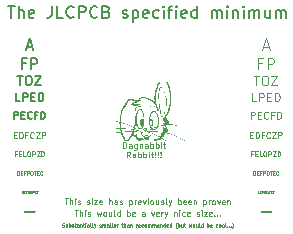
<source format=gbr>
%TF.GenerationSoftware,KiCad,Pcbnew,6.0.11+dfsg-1~bpo11+1*%
%TF.CreationDate,2024-04-13T17:17:30-04:00*%
%TF.ProjectId,Eye Chart,45796520-4368-4617-9274-2e6b69636164,rev?*%
%TF.SameCoordinates,Original*%
%TF.FileFunction,Legend,Top*%
%TF.FilePolarity,Positive*%
%FSLAX46Y46*%
G04 Gerber Fmt 4.6, Leading zero omitted, Abs format (unit mm)*
G04 Created by KiCad (PCBNEW 6.0.11+dfsg-1~bpo11+1) date 2024-04-13 17:17:30*
%MOMM*%
%LPD*%
G01*
G04 APERTURE LIST*
%ADD10C,0.050000*%
%ADD11C,0.100000*%
%ADD12C,0.153000*%
%ADD13C,0.150000*%
%ADD14C,0.075000*%
%ADD15C,0.025000*%
%ADD16C,0.125000*%
G04 APERTURE END LIST*
D10*
X93809523Y-107726190D02*
X94095238Y-107726190D01*
X93952380Y-108226190D02*
X93952380Y-107726190D01*
X94261904Y-108226190D02*
X94261904Y-107726190D01*
X94476190Y-108226190D02*
X94476190Y-107964285D01*
X94452380Y-107916666D01*
X94404761Y-107892857D01*
X94333333Y-107892857D01*
X94285714Y-107916666D01*
X94261904Y-107940476D01*
X94714285Y-108226190D02*
X94714285Y-107892857D01*
X94714285Y-107726190D02*
X94690476Y-107750000D01*
X94714285Y-107773809D01*
X94738095Y-107750000D01*
X94714285Y-107726190D01*
X94714285Y-107773809D01*
X94928571Y-108202380D02*
X94976190Y-108226190D01*
X95071428Y-108226190D01*
X95119047Y-108202380D01*
X95142857Y-108154761D01*
X95142857Y-108130952D01*
X95119047Y-108083333D01*
X95071428Y-108059523D01*
X95000000Y-108059523D01*
X94952380Y-108035714D01*
X94928571Y-107988095D01*
X94928571Y-107964285D01*
X94952380Y-107916666D01*
X95000000Y-107892857D01*
X95071428Y-107892857D01*
X95119047Y-107916666D01*
X95690476Y-107892857D02*
X95785714Y-108226190D01*
X95880952Y-107988095D01*
X95976190Y-108226190D01*
X96071428Y-107892857D01*
X96333333Y-108226190D02*
X96285714Y-108202380D01*
X96261904Y-108178571D01*
X96238095Y-108130952D01*
X96238095Y-107988095D01*
X96261904Y-107940476D01*
X96285714Y-107916666D01*
X96333333Y-107892857D01*
X96404761Y-107892857D01*
X96452380Y-107916666D01*
X96476190Y-107940476D01*
X96500000Y-107988095D01*
X96500000Y-108130952D01*
X96476190Y-108178571D01*
X96452380Y-108202380D01*
X96404761Y-108226190D01*
X96333333Y-108226190D01*
X96928571Y-107892857D02*
X96928571Y-108226190D01*
X96714285Y-107892857D02*
X96714285Y-108154761D01*
X96738095Y-108202380D01*
X96785714Y-108226190D01*
X96857142Y-108226190D01*
X96904761Y-108202380D01*
X96928571Y-108178571D01*
X97238095Y-108226190D02*
X97190476Y-108202380D01*
X97166666Y-108154761D01*
X97166666Y-107726190D01*
X97642857Y-108226190D02*
X97642857Y-107726190D01*
X97642857Y-108202380D02*
X97595238Y-108226190D01*
X97500000Y-108226190D01*
X97452380Y-108202380D01*
X97428571Y-108178571D01*
X97404761Y-108130952D01*
X97404761Y-107988095D01*
X97428571Y-107940476D01*
X97452380Y-107916666D01*
X97500000Y-107892857D01*
X97595238Y-107892857D01*
X97642857Y-107916666D01*
X98261904Y-108226190D02*
X98261904Y-107726190D01*
X98261904Y-107916666D02*
X98309523Y-107892857D01*
X98404761Y-107892857D01*
X98452380Y-107916666D01*
X98476190Y-107940476D01*
X98500000Y-107988095D01*
X98500000Y-108130952D01*
X98476190Y-108178571D01*
X98452380Y-108202380D01*
X98404761Y-108226190D01*
X98309523Y-108226190D01*
X98261904Y-108202380D01*
X98904761Y-108202380D02*
X98857142Y-108226190D01*
X98761904Y-108226190D01*
X98714285Y-108202380D01*
X98690476Y-108154761D01*
X98690476Y-107964285D01*
X98714285Y-107916666D01*
X98761904Y-107892857D01*
X98857142Y-107892857D01*
X98904761Y-107916666D01*
X98928571Y-107964285D01*
X98928571Y-108011904D01*
X98690476Y-108059523D01*
X99738095Y-108226190D02*
X99738095Y-107964285D01*
X99714285Y-107916666D01*
X99666666Y-107892857D01*
X99571428Y-107892857D01*
X99523809Y-107916666D01*
X99738095Y-108202380D02*
X99690476Y-108226190D01*
X99571428Y-108226190D01*
X99523809Y-108202380D01*
X99500000Y-108154761D01*
X99500000Y-108107142D01*
X99523809Y-108059523D01*
X99571428Y-108035714D01*
X99690476Y-108035714D01*
X99738095Y-108011904D01*
X100309523Y-107892857D02*
X100428571Y-108226190D01*
X100547619Y-107892857D01*
X100928571Y-108202380D02*
X100880952Y-108226190D01*
X100785714Y-108226190D01*
X100738095Y-108202380D01*
X100714285Y-108154761D01*
X100714285Y-107964285D01*
X100738095Y-107916666D01*
X100785714Y-107892857D01*
X100880952Y-107892857D01*
X100928571Y-107916666D01*
X100952380Y-107964285D01*
X100952380Y-108011904D01*
X100714285Y-108059523D01*
X101166666Y-108226190D02*
X101166666Y-107892857D01*
X101166666Y-107988095D02*
X101190476Y-107940476D01*
X101214285Y-107916666D01*
X101261904Y-107892857D01*
X101309523Y-107892857D01*
X101428571Y-107892857D02*
X101547619Y-108226190D01*
X101666666Y-107892857D02*
X101547619Y-108226190D01*
X101500000Y-108345238D01*
X101476190Y-108369047D01*
X101428571Y-108392857D01*
X102238095Y-107892857D02*
X102238095Y-108226190D01*
X102238095Y-107940476D02*
X102261904Y-107916666D01*
X102309523Y-107892857D01*
X102380952Y-107892857D01*
X102428571Y-107916666D01*
X102452380Y-107964285D01*
X102452380Y-108226190D01*
X102690476Y-108226190D02*
X102690476Y-107892857D01*
X102690476Y-107726190D02*
X102666666Y-107750000D01*
X102690476Y-107773809D01*
X102714285Y-107750000D01*
X102690476Y-107726190D01*
X102690476Y-107773809D01*
X103142857Y-108202380D02*
X103095238Y-108226190D01*
X103000000Y-108226190D01*
X102952380Y-108202380D01*
X102928571Y-108178571D01*
X102904761Y-108130952D01*
X102904761Y-107988095D01*
X102928571Y-107940476D01*
X102952380Y-107916666D01*
X103000000Y-107892857D01*
X103095238Y-107892857D01*
X103142857Y-107916666D01*
X103547619Y-108202380D02*
X103500000Y-108226190D01*
X103404761Y-108226190D01*
X103357142Y-108202380D01*
X103333333Y-108154761D01*
X103333333Y-107964285D01*
X103357142Y-107916666D01*
X103404761Y-107892857D01*
X103500000Y-107892857D01*
X103547619Y-107916666D01*
X103571428Y-107964285D01*
X103571428Y-108011904D01*
X103333333Y-108059523D01*
X104142857Y-108202380D02*
X104190476Y-108226190D01*
X104285714Y-108226190D01*
X104333333Y-108202380D01*
X104357142Y-108154761D01*
X104357142Y-108130952D01*
X104333333Y-108083333D01*
X104285714Y-108059523D01*
X104214285Y-108059523D01*
X104166666Y-108035714D01*
X104142857Y-107988095D01*
X104142857Y-107964285D01*
X104166666Y-107916666D01*
X104214285Y-107892857D01*
X104285714Y-107892857D01*
X104333333Y-107916666D01*
X104571428Y-108226190D02*
X104571428Y-107892857D01*
X104571428Y-107726190D02*
X104547619Y-107750000D01*
X104571428Y-107773809D01*
X104595238Y-107750000D01*
X104571428Y-107726190D01*
X104571428Y-107773809D01*
X104761904Y-107892857D02*
X105023809Y-107892857D01*
X104761904Y-108226190D01*
X105023809Y-108226190D01*
X105404761Y-108202380D02*
X105357142Y-108226190D01*
X105261904Y-108226190D01*
X105214285Y-108202380D01*
X105190476Y-108154761D01*
X105190476Y-107964285D01*
X105214285Y-107916666D01*
X105261904Y-107892857D01*
X105357142Y-107892857D01*
X105404761Y-107916666D01*
X105428571Y-107964285D01*
X105428571Y-108011904D01*
X105190476Y-108059523D01*
X105642857Y-108178571D02*
X105666666Y-108202380D01*
X105642857Y-108226190D01*
X105619047Y-108202380D01*
X105642857Y-108178571D01*
X105642857Y-108226190D01*
X105880952Y-108178571D02*
X105904761Y-108202380D01*
X105880952Y-108226190D01*
X105857142Y-108202380D01*
X105880952Y-108178571D01*
X105880952Y-108226190D01*
X106119047Y-108178571D02*
X106142857Y-108202380D01*
X106119047Y-108226190D01*
X106095238Y-108202380D01*
X106119047Y-108178571D01*
X106119047Y-108226190D01*
D11*
X92964285Y-106726190D02*
X93250000Y-106726190D01*
X93107142Y-107226190D02*
X93107142Y-106726190D01*
X93416666Y-107226190D02*
X93416666Y-106726190D01*
X93630952Y-107226190D02*
X93630952Y-106964285D01*
X93607142Y-106916666D01*
X93559523Y-106892857D01*
X93488095Y-106892857D01*
X93440476Y-106916666D01*
X93416666Y-106940476D01*
X93869047Y-107226190D02*
X93869047Y-106892857D01*
X93869047Y-106726190D02*
X93845238Y-106750000D01*
X93869047Y-106773809D01*
X93892857Y-106750000D01*
X93869047Y-106726190D01*
X93869047Y-106773809D01*
X94083333Y-107202380D02*
X94130952Y-107226190D01*
X94226190Y-107226190D01*
X94273809Y-107202380D01*
X94297619Y-107154761D01*
X94297619Y-107130952D01*
X94273809Y-107083333D01*
X94226190Y-107059523D01*
X94154761Y-107059523D01*
X94107142Y-107035714D01*
X94083333Y-106988095D01*
X94083333Y-106964285D01*
X94107142Y-106916666D01*
X94154761Y-106892857D01*
X94226190Y-106892857D01*
X94273809Y-106916666D01*
X94869047Y-107202380D02*
X94916666Y-107226190D01*
X95011904Y-107226190D01*
X95059523Y-107202380D01*
X95083333Y-107154761D01*
X95083333Y-107130952D01*
X95059523Y-107083333D01*
X95011904Y-107059523D01*
X94940476Y-107059523D01*
X94892857Y-107035714D01*
X94869047Y-106988095D01*
X94869047Y-106964285D01*
X94892857Y-106916666D01*
X94940476Y-106892857D01*
X95011904Y-106892857D01*
X95059523Y-106916666D01*
X95297619Y-107226190D02*
X95297619Y-106892857D01*
X95297619Y-106726190D02*
X95273809Y-106750000D01*
X95297619Y-106773809D01*
X95321428Y-106750000D01*
X95297619Y-106726190D01*
X95297619Y-106773809D01*
X95488095Y-106892857D02*
X95750000Y-106892857D01*
X95488095Y-107226190D01*
X95750000Y-107226190D01*
X96130952Y-107202380D02*
X96083333Y-107226190D01*
X95988095Y-107226190D01*
X95940476Y-107202380D01*
X95916666Y-107154761D01*
X95916666Y-106964285D01*
X95940476Y-106916666D01*
X95988095Y-106892857D01*
X96083333Y-106892857D01*
X96130952Y-106916666D01*
X96154761Y-106964285D01*
X96154761Y-107011904D01*
X95916666Y-107059523D01*
X96750000Y-107226190D02*
X96750000Y-106726190D01*
X96964285Y-107226190D02*
X96964285Y-106964285D01*
X96940476Y-106916666D01*
X96892857Y-106892857D01*
X96821428Y-106892857D01*
X96773809Y-106916666D01*
X96750000Y-106940476D01*
X97416666Y-107226190D02*
X97416666Y-106964285D01*
X97392857Y-106916666D01*
X97345238Y-106892857D01*
X97250000Y-106892857D01*
X97202380Y-106916666D01*
X97416666Y-107202380D02*
X97369047Y-107226190D01*
X97250000Y-107226190D01*
X97202380Y-107202380D01*
X97178571Y-107154761D01*
X97178571Y-107107142D01*
X97202380Y-107059523D01*
X97250000Y-107035714D01*
X97369047Y-107035714D01*
X97416666Y-107011904D01*
X97630952Y-107202380D02*
X97678571Y-107226190D01*
X97773809Y-107226190D01*
X97821428Y-107202380D01*
X97845238Y-107154761D01*
X97845238Y-107130952D01*
X97821428Y-107083333D01*
X97773809Y-107059523D01*
X97702380Y-107059523D01*
X97654761Y-107035714D01*
X97630952Y-106988095D01*
X97630952Y-106964285D01*
X97654761Y-106916666D01*
X97702380Y-106892857D01*
X97773809Y-106892857D01*
X97821428Y-106916666D01*
X98440476Y-106892857D02*
X98440476Y-107392857D01*
X98440476Y-106916666D02*
X98488095Y-106892857D01*
X98583333Y-106892857D01*
X98630952Y-106916666D01*
X98654761Y-106940476D01*
X98678571Y-106988095D01*
X98678571Y-107130952D01*
X98654761Y-107178571D01*
X98630952Y-107202380D01*
X98583333Y-107226190D01*
X98488095Y-107226190D01*
X98440476Y-107202380D01*
X98892857Y-107226190D02*
X98892857Y-106892857D01*
X98892857Y-106988095D02*
X98916666Y-106940476D01*
X98940476Y-106916666D01*
X98988095Y-106892857D01*
X99035714Y-106892857D01*
X99392857Y-107202380D02*
X99345238Y-107226190D01*
X99250000Y-107226190D01*
X99202380Y-107202380D01*
X99178571Y-107154761D01*
X99178571Y-106964285D01*
X99202380Y-106916666D01*
X99250000Y-106892857D01*
X99345238Y-106892857D01*
X99392857Y-106916666D01*
X99416666Y-106964285D01*
X99416666Y-107011904D01*
X99178571Y-107059523D01*
X99583333Y-106892857D02*
X99702380Y-107226190D01*
X99821428Y-106892857D01*
X100011904Y-107226190D02*
X100011904Y-106892857D01*
X100011904Y-106726190D02*
X99988095Y-106750000D01*
X100011904Y-106773809D01*
X100035714Y-106750000D01*
X100011904Y-106726190D01*
X100011904Y-106773809D01*
X100321428Y-107226190D02*
X100273809Y-107202380D01*
X100250000Y-107178571D01*
X100226190Y-107130952D01*
X100226190Y-106988095D01*
X100250000Y-106940476D01*
X100273809Y-106916666D01*
X100321428Y-106892857D01*
X100392857Y-106892857D01*
X100440476Y-106916666D01*
X100464285Y-106940476D01*
X100488095Y-106988095D01*
X100488095Y-107130952D01*
X100464285Y-107178571D01*
X100440476Y-107202380D01*
X100392857Y-107226190D01*
X100321428Y-107226190D01*
X100916666Y-106892857D02*
X100916666Y-107226190D01*
X100702380Y-106892857D02*
X100702380Y-107154761D01*
X100726190Y-107202380D01*
X100773809Y-107226190D01*
X100845238Y-107226190D01*
X100892857Y-107202380D01*
X100916666Y-107178571D01*
X101130952Y-107202380D02*
X101178571Y-107226190D01*
X101273809Y-107226190D01*
X101321428Y-107202380D01*
X101345238Y-107154761D01*
X101345238Y-107130952D01*
X101321428Y-107083333D01*
X101273809Y-107059523D01*
X101202380Y-107059523D01*
X101154761Y-107035714D01*
X101130952Y-106988095D01*
X101130952Y-106964285D01*
X101154761Y-106916666D01*
X101202380Y-106892857D01*
X101273809Y-106892857D01*
X101321428Y-106916666D01*
X101630952Y-107226190D02*
X101583333Y-107202380D01*
X101559523Y-107154761D01*
X101559523Y-106726190D01*
X101773809Y-106892857D02*
X101892857Y-107226190D01*
X102011904Y-106892857D02*
X101892857Y-107226190D01*
X101845238Y-107345238D01*
X101821428Y-107369047D01*
X101773809Y-107392857D01*
X102583333Y-107226190D02*
X102583333Y-106726190D01*
X102583333Y-106916666D02*
X102630952Y-106892857D01*
X102726190Y-106892857D01*
X102773809Y-106916666D01*
X102797619Y-106940476D01*
X102821428Y-106988095D01*
X102821428Y-107130952D01*
X102797619Y-107178571D01*
X102773809Y-107202380D01*
X102726190Y-107226190D01*
X102630952Y-107226190D01*
X102583333Y-107202380D01*
X103226190Y-107202380D02*
X103178571Y-107226190D01*
X103083333Y-107226190D01*
X103035714Y-107202380D01*
X103011904Y-107154761D01*
X103011904Y-106964285D01*
X103035714Y-106916666D01*
X103083333Y-106892857D01*
X103178571Y-106892857D01*
X103226190Y-106916666D01*
X103250000Y-106964285D01*
X103250000Y-107011904D01*
X103011904Y-107059523D01*
X103654761Y-107202380D02*
X103607142Y-107226190D01*
X103511904Y-107226190D01*
X103464285Y-107202380D01*
X103440476Y-107154761D01*
X103440476Y-106964285D01*
X103464285Y-106916666D01*
X103511904Y-106892857D01*
X103607142Y-106892857D01*
X103654761Y-106916666D01*
X103678571Y-106964285D01*
X103678571Y-107011904D01*
X103440476Y-107059523D01*
X103892857Y-106892857D02*
X103892857Y-107226190D01*
X103892857Y-106940476D02*
X103916666Y-106916666D01*
X103964285Y-106892857D01*
X104035714Y-106892857D01*
X104083333Y-106916666D01*
X104107142Y-106964285D01*
X104107142Y-107226190D01*
X104726190Y-106892857D02*
X104726190Y-107392857D01*
X104726190Y-106916666D02*
X104773809Y-106892857D01*
X104869047Y-106892857D01*
X104916666Y-106916666D01*
X104940476Y-106940476D01*
X104964285Y-106988095D01*
X104964285Y-107130952D01*
X104940476Y-107178571D01*
X104916666Y-107202380D01*
X104869047Y-107226190D01*
X104773809Y-107226190D01*
X104726190Y-107202380D01*
X105178571Y-107226190D02*
X105178571Y-106892857D01*
X105178571Y-106988095D02*
X105202380Y-106940476D01*
X105226190Y-106916666D01*
X105273809Y-106892857D01*
X105321428Y-106892857D01*
X105559523Y-107226190D02*
X105511904Y-107202380D01*
X105488095Y-107178571D01*
X105464285Y-107130952D01*
X105464285Y-106988095D01*
X105488095Y-106940476D01*
X105511904Y-106916666D01*
X105559523Y-106892857D01*
X105630952Y-106892857D01*
X105678571Y-106916666D01*
X105702380Y-106940476D01*
X105726190Y-106988095D01*
X105726190Y-107130952D01*
X105702380Y-107178571D01*
X105678571Y-107202380D01*
X105630952Y-107226190D01*
X105559523Y-107226190D01*
X105892857Y-106892857D02*
X106011904Y-107226190D01*
X106130952Y-106892857D01*
X106511904Y-107202380D02*
X106464285Y-107226190D01*
X106369047Y-107226190D01*
X106321428Y-107202380D01*
X106297619Y-107154761D01*
X106297619Y-106964285D01*
X106321428Y-106916666D01*
X106369047Y-106892857D01*
X106464285Y-106892857D01*
X106511904Y-106916666D01*
X106535714Y-106964285D01*
X106535714Y-107011904D01*
X106297619Y-107059523D01*
X106750000Y-106892857D02*
X106750000Y-107226190D01*
X106750000Y-106940476D02*
X106773809Y-106916666D01*
X106821428Y-106892857D01*
X106892857Y-106892857D01*
X106940476Y-106916666D01*
X106964285Y-106964285D01*
X106964285Y-107226190D01*
D10*
X92764285Y-109121428D02*
X92807142Y-109135714D01*
X92878571Y-109135714D01*
X92907142Y-109121428D01*
X92921428Y-109107142D01*
X92935714Y-109078571D01*
X92935714Y-109050000D01*
X92921428Y-109021428D01*
X92907142Y-109007142D01*
X92878571Y-108992857D01*
X92821428Y-108978571D01*
X92792857Y-108964285D01*
X92778571Y-108950000D01*
X92764285Y-108921428D01*
X92764285Y-108892857D01*
X92778571Y-108864285D01*
X92792857Y-108850000D01*
X92821428Y-108835714D01*
X92892857Y-108835714D01*
X92935714Y-108850000D01*
X93192857Y-108935714D02*
X93192857Y-109135714D01*
X93064285Y-108935714D02*
X93064285Y-109092857D01*
X93078571Y-109121428D01*
X93107142Y-109135714D01*
X93150000Y-109135714D01*
X93178571Y-109121428D01*
X93192857Y-109107142D01*
X93335714Y-109135714D02*
X93335714Y-108835714D01*
X93335714Y-108950000D02*
X93364285Y-108935714D01*
X93421428Y-108935714D01*
X93450000Y-108950000D01*
X93464285Y-108964285D01*
X93478571Y-108992857D01*
X93478571Y-109078571D01*
X93464285Y-109107142D01*
X93450000Y-109121428D01*
X93421428Y-109135714D01*
X93364285Y-109135714D01*
X93335714Y-109121428D01*
X93592857Y-109121428D02*
X93621428Y-109135714D01*
X93678571Y-109135714D01*
X93707142Y-109121428D01*
X93721428Y-109092857D01*
X93721428Y-109078571D01*
X93707142Y-109050000D01*
X93678571Y-109035714D01*
X93635714Y-109035714D01*
X93607142Y-109021428D01*
X93592857Y-108992857D01*
X93592857Y-108978571D01*
X93607142Y-108950000D01*
X93635714Y-108935714D01*
X93678571Y-108935714D01*
X93707142Y-108950000D01*
X93807142Y-108935714D02*
X93921428Y-108935714D01*
X93850000Y-108835714D02*
X93850000Y-109092857D01*
X93864285Y-109121428D01*
X93892857Y-109135714D01*
X93921428Y-109135714D01*
X94150000Y-109135714D02*
X94150000Y-108978571D01*
X94135714Y-108950000D01*
X94107142Y-108935714D01*
X94050000Y-108935714D01*
X94021428Y-108950000D01*
X94150000Y-109121428D02*
X94121428Y-109135714D01*
X94050000Y-109135714D01*
X94021428Y-109121428D01*
X94007142Y-109092857D01*
X94007142Y-109064285D01*
X94021428Y-109035714D01*
X94050000Y-109021428D01*
X94121428Y-109021428D01*
X94150000Y-109007142D01*
X94292857Y-108935714D02*
X94292857Y-109135714D01*
X94292857Y-108964285D02*
X94307142Y-108950000D01*
X94335714Y-108935714D01*
X94378571Y-108935714D01*
X94407142Y-108950000D01*
X94421428Y-108978571D01*
X94421428Y-109135714D01*
X94521428Y-108935714D02*
X94635714Y-108935714D01*
X94564285Y-108835714D02*
X94564285Y-109092857D01*
X94578571Y-109121428D01*
X94607142Y-109135714D01*
X94635714Y-109135714D01*
X94735714Y-109135714D02*
X94735714Y-108935714D01*
X94735714Y-108835714D02*
X94721428Y-108850000D01*
X94735714Y-108864285D01*
X94750000Y-108850000D01*
X94735714Y-108835714D01*
X94735714Y-108864285D01*
X95007142Y-109135714D02*
X95007142Y-108978571D01*
X94992857Y-108950000D01*
X94964285Y-108935714D01*
X94907142Y-108935714D01*
X94878571Y-108950000D01*
X95007142Y-109121428D02*
X94978571Y-109135714D01*
X94907142Y-109135714D01*
X94878571Y-109121428D01*
X94864285Y-109092857D01*
X94864285Y-109064285D01*
X94878571Y-109035714D01*
X94907142Y-109021428D01*
X94978571Y-109021428D01*
X95007142Y-109007142D01*
X95192857Y-109135714D02*
X95164285Y-109121428D01*
X95150000Y-109092857D01*
X95150000Y-108835714D01*
X95350000Y-109135714D02*
X95321428Y-109121428D01*
X95307142Y-109092857D01*
X95307142Y-108835714D01*
X95435714Y-108935714D02*
X95507142Y-109135714D01*
X95578571Y-108935714D02*
X95507142Y-109135714D01*
X95478571Y-109207142D01*
X95464285Y-109221428D01*
X95435714Y-109235714D01*
X95907142Y-109121428D02*
X95935714Y-109135714D01*
X95992857Y-109135714D01*
X96021428Y-109121428D01*
X96035714Y-109092857D01*
X96035714Y-109078571D01*
X96021428Y-109050000D01*
X95992857Y-109035714D01*
X95950000Y-109035714D01*
X95921428Y-109021428D01*
X95907142Y-108992857D01*
X95907142Y-108978571D01*
X95921428Y-108950000D01*
X95950000Y-108935714D01*
X95992857Y-108935714D01*
X96021428Y-108950000D01*
X96164285Y-109135714D02*
X96164285Y-108935714D01*
X96164285Y-108964285D02*
X96178571Y-108950000D01*
X96207142Y-108935714D01*
X96250000Y-108935714D01*
X96278571Y-108950000D01*
X96292857Y-108978571D01*
X96292857Y-109135714D01*
X96292857Y-108978571D02*
X96307142Y-108950000D01*
X96335714Y-108935714D01*
X96378571Y-108935714D01*
X96407142Y-108950000D01*
X96421428Y-108978571D01*
X96421428Y-109135714D01*
X96692857Y-109135714D02*
X96692857Y-108978571D01*
X96678571Y-108950000D01*
X96650000Y-108935714D01*
X96592857Y-108935714D01*
X96564285Y-108950000D01*
X96692857Y-109121428D02*
X96664285Y-109135714D01*
X96592857Y-109135714D01*
X96564285Y-109121428D01*
X96550000Y-109092857D01*
X96550000Y-109064285D01*
X96564285Y-109035714D01*
X96592857Y-109021428D01*
X96664285Y-109021428D01*
X96692857Y-109007142D01*
X96878571Y-109135714D02*
X96850000Y-109121428D01*
X96835714Y-109092857D01*
X96835714Y-108835714D01*
X97035714Y-109135714D02*
X97007142Y-109121428D01*
X96992857Y-109092857D01*
X96992857Y-108835714D01*
X97264285Y-109121428D02*
X97235714Y-109135714D01*
X97178571Y-109135714D01*
X97150000Y-109121428D01*
X97135714Y-109092857D01*
X97135714Y-108978571D01*
X97150000Y-108950000D01*
X97178571Y-108935714D01*
X97235714Y-108935714D01*
X97264285Y-108950000D01*
X97278571Y-108978571D01*
X97278571Y-109007142D01*
X97135714Y-109035714D01*
X97407142Y-109135714D02*
X97407142Y-108935714D01*
X97407142Y-108992857D02*
X97421428Y-108964285D01*
X97435714Y-108950000D01*
X97464285Y-108935714D01*
X97492857Y-108935714D01*
X97778571Y-108935714D02*
X97892857Y-108935714D01*
X97821428Y-108835714D02*
X97821428Y-109092857D01*
X97835714Y-109121428D01*
X97864285Y-109135714D01*
X97892857Y-109135714D01*
X97992857Y-109135714D02*
X97992857Y-108835714D01*
X98121428Y-109135714D02*
X98121428Y-108978571D01*
X98107142Y-108950000D01*
X98078571Y-108935714D01*
X98035714Y-108935714D01*
X98007142Y-108950000D01*
X97992857Y-108964285D01*
X98392857Y-109135714D02*
X98392857Y-108978571D01*
X98378571Y-108950000D01*
X98350000Y-108935714D01*
X98292857Y-108935714D01*
X98264285Y-108950000D01*
X98392857Y-109121428D02*
X98364285Y-109135714D01*
X98292857Y-109135714D01*
X98264285Y-109121428D01*
X98250000Y-109092857D01*
X98250000Y-109064285D01*
X98264285Y-109035714D01*
X98292857Y-109021428D01*
X98364285Y-109021428D01*
X98392857Y-109007142D01*
X98535714Y-108935714D02*
X98535714Y-109135714D01*
X98535714Y-108964285D02*
X98550000Y-108950000D01*
X98578571Y-108935714D01*
X98621428Y-108935714D01*
X98650000Y-108950000D01*
X98664285Y-108978571D01*
X98664285Y-109135714D01*
X99035714Y-109135714D02*
X99035714Y-108935714D01*
X99035714Y-108992857D02*
X99050000Y-108964285D01*
X99064285Y-108950000D01*
X99092857Y-108935714D01*
X99121428Y-108935714D01*
X99335714Y-109121428D02*
X99307142Y-109135714D01*
X99250000Y-109135714D01*
X99221428Y-109121428D01*
X99207142Y-109092857D01*
X99207142Y-108978571D01*
X99221428Y-108950000D01*
X99250000Y-108935714D01*
X99307142Y-108935714D01*
X99335714Y-108950000D01*
X99350000Y-108978571D01*
X99350000Y-109007142D01*
X99207142Y-109035714D01*
X99607142Y-109121428D02*
X99578571Y-109135714D01*
X99521428Y-109135714D01*
X99492857Y-109121428D01*
X99478571Y-109107142D01*
X99464285Y-109078571D01*
X99464285Y-108992857D01*
X99478571Y-108964285D01*
X99492857Y-108950000D01*
X99521428Y-108935714D01*
X99578571Y-108935714D01*
X99607142Y-108950000D01*
X99778571Y-109135714D02*
X99750000Y-109121428D01*
X99735714Y-109107142D01*
X99721428Y-109078571D01*
X99721428Y-108992857D01*
X99735714Y-108964285D01*
X99750000Y-108950000D01*
X99778571Y-108935714D01*
X99821428Y-108935714D01*
X99850000Y-108950000D01*
X99864285Y-108964285D01*
X99878571Y-108992857D01*
X99878571Y-109078571D01*
X99864285Y-109107142D01*
X99850000Y-109121428D01*
X99821428Y-109135714D01*
X99778571Y-109135714D01*
X100007142Y-109135714D02*
X100007142Y-108935714D01*
X100007142Y-108964285D02*
X100021428Y-108950000D01*
X100050000Y-108935714D01*
X100092857Y-108935714D01*
X100121428Y-108950000D01*
X100135714Y-108978571D01*
X100135714Y-109135714D01*
X100135714Y-108978571D02*
X100150000Y-108950000D01*
X100178571Y-108935714D01*
X100221428Y-108935714D01*
X100250000Y-108950000D01*
X100264285Y-108978571D01*
X100264285Y-109135714D01*
X100407142Y-109135714D02*
X100407142Y-108935714D01*
X100407142Y-108964285D02*
X100421428Y-108950000D01*
X100450000Y-108935714D01*
X100492857Y-108935714D01*
X100521428Y-108950000D01*
X100535714Y-108978571D01*
X100535714Y-109135714D01*
X100535714Y-108978571D02*
X100550000Y-108950000D01*
X100578571Y-108935714D01*
X100621428Y-108935714D01*
X100650000Y-108950000D01*
X100664285Y-108978571D01*
X100664285Y-109135714D01*
X100921428Y-109121428D02*
X100892857Y-109135714D01*
X100835714Y-109135714D01*
X100807142Y-109121428D01*
X100792857Y-109092857D01*
X100792857Y-108978571D01*
X100807142Y-108950000D01*
X100835714Y-108935714D01*
X100892857Y-108935714D01*
X100921428Y-108950000D01*
X100935714Y-108978571D01*
X100935714Y-109007142D01*
X100792857Y-109035714D01*
X101064285Y-108935714D02*
X101064285Y-109135714D01*
X101064285Y-108964285D02*
X101078571Y-108950000D01*
X101107142Y-108935714D01*
X101150000Y-108935714D01*
X101178571Y-108950000D01*
X101192857Y-108978571D01*
X101192857Y-109135714D01*
X101464285Y-109135714D02*
X101464285Y-108835714D01*
X101464285Y-109121428D02*
X101435714Y-109135714D01*
X101378571Y-109135714D01*
X101350000Y-109121428D01*
X101335714Y-109107142D01*
X101321428Y-109078571D01*
X101321428Y-108992857D01*
X101335714Y-108964285D01*
X101350000Y-108950000D01*
X101378571Y-108935714D01*
X101435714Y-108935714D01*
X101464285Y-108950000D01*
X101721428Y-109121428D02*
X101692857Y-109135714D01*
X101635714Y-109135714D01*
X101607142Y-109121428D01*
X101592857Y-109092857D01*
X101592857Y-108978571D01*
X101607142Y-108950000D01*
X101635714Y-108935714D01*
X101692857Y-108935714D01*
X101721428Y-108950000D01*
X101735714Y-108978571D01*
X101735714Y-109007142D01*
X101592857Y-109035714D01*
X101992857Y-109135714D02*
X101992857Y-108835714D01*
X101992857Y-109121428D02*
X101964285Y-109135714D01*
X101907142Y-109135714D01*
X101878571Y-109121428D01*
X101864285Y-109107142D01*
X101850000Y-109078571D01*
X101850000Y-108992857D01*
X101864285Y-108964285D01*
X101878571Y-108950000D01*
X101907142Y-108935714D01*
X101964285Y-108935714D01*
X101992857Y-108950000D01*
X102450000Y-109250000D02*
X102435714Y-109235714D01*
X102407142Y-109192857D01*
X102392857Y-109164285D01*
X102378571Y-109121428D01*
X102364285Y-109050000D01*
X102364285Y-108992857D01*
X102378571Y-108921428D01*
X102392857Y-108878571D01*
X102407142Y-108850000D01*
X102435714Y-108807142D01*
X102450000Y-108792857D01*
X102564285Y-109135714D02*
X102564285Y-108835714D01*
X102564285Y-108950000D02*
X102592857Y-108935714D01*
X102650000Y-108935714D01*
X102678571Y-108950000D01*
X102692857Y-108964285D01*
X102707142Y-108992857D01*
X102707142Y-109078571D01*
X102692857Y-109107142D01*
X102678571Y-109121428D01*
X102650000Y-109135714D01*
X102592857Y-109135714D01*
X102564285Y-109121428D01*
X102964285Y-108935714D02*
X102964285Y-109135714D01*
X102835714Y-108935714D02*
X102835714Y-109092857D01*
X102850000Y-109121428D01*
X102878571Y-109135714D01*
X102921428Y-109135714D01*
X102950000Y-109121428D01*
X102964285Y-109107142D01*
X103064285Y-108935714D02*
X103178571Y-108935714D01*
X103107142Y-108835714D02*
X103107142Y-109092857D01*
X103121428Y-109121428D01*
X103150000Y-109135714D01*
X103178571Y-109135714D01*
X103478571Y-108935714D02*
X103535714Y-109135714D01*
X103592857Y-108992857D01*
X103650000Y-109135714D01*
X103707142Y-108935714D01*
X103864285Y-109135714D02*
X103835714Y-109121428D01*
X103821428Y-109107142D01*
X103807142Y-109078571D01*
X103807142Y-108992857D01*
X103821428Y-108964285D01*
X103835714Y-108950000D01*
X103864285Y-108935714D01*
X103907142Y-108935714D01*
X103935714Y-108950000D01*
X103950000Y-108964285D01*
X103964285Y-108992857D01*
X103964285Y-109078571D01*
X103950000Y-109107142D01*
X103935714Y-109121428D01*
X103907142Y-109135714D01*
X103864285Y-109135714D01*
X104221428Y-108935714D02*
X104221428Y-109135714D01*
X104092857Y-108935714D02*
X104092857Y-109092857D01*
X104107142Y-109121428D01*
X104135714Y-109135714D01*
X104178571Y-109135714D01*
X104207142Y-109121428D01*
X104221428Y-109107142D01*
X104407142Y-109135714D02*
X104378571Y-109121428D01*
X104364285Y-109092857D01*
X104364285Y-108835714D01*
X104650000Y-109135714D02*
X104650000Y-108835714D01*
X104650000Y-109121428D02*
X104621428Y-109135714D01*
X104564285Y-109135714D01*
X104535714Y-109121428D01*
X104521428Y-109107142D01*
X104507142Y-109078571D01*
X104507142Y-108992857D01*
X104521428Y-108964285D01*
X104535714Y-108950000D01*
X104564285Y-108935714D01*
X104621428Y-108935714D01*
X104650000Y-108950000D01*
X105021428Y-109135714D02*
X105021428Y-108835714D01*
X105021428Y-108950000D02*
X105050000Y-108935714D01*
X105107142Y-108935714D01*
X105135714Y-108950000D01*
X105150000Y-108964285D01*
X105164285Y-108992857D01*
X105164285Y-109078571D01*
X105150000Y-109107142D01*
X105135714Y-109121428D01*
X105107142Y-109135714D01*
X105050000Y-109135714D01*
X105021428Y-109121428D01*
X105407142Y-109121428D02*
X105378571Y-109135714D01*
X105321428Y-109135714D01*
X105292857Y-109121428D01*
X105278571Y-109092857D01*
X105278571Y-108978571D01*
X105292857Y-108950000D01*
X105321428Y-108935714D01*
X105378571Y-108935714D01*
X105407142Y-108950000D01*
X105421428Y-108978571D01*
X105421428Y-109007142D01*
X105278571Y-109035714D01*
X105907142Y-109121428D02*
X105878571Y-109135714D01*
X105821428Y-109135714D01*
X105792857Y-109121428D01*
X105778571Y-109107142D01*
X105764285Y-109078571D01*
X105764285Y-108992857D01*
X105778571Y-108964285D01*
X105792857Y-108950000D01*
X105821428Y-108935714D01*
X105878571Y-108935714D01*
X105907142Y-108950000D01*
X106078571Y-109135714D02*
X106050000Y-109121428D01*
X106035714Y-109107142D01*
X106021428Y-109078571D01*
X106021428Y-108992857D01*
X106035714Y-108964285D01*
X106050000Y-108950000D01*
X106078571Y-108935714D01*
X106121428Y-108935714D01*
X106150000Y-108950000D01*
X106164285Y-108964285D01*
X106178571Y-108992857D01*
X106178571Y-109078571D01*
X106164285Y-109107142D01*
X106150000Y-109121428D01*
X106121428Y-109135714D01*
X106078571Y-109135714D01*
X106350000Y-109135714D02*
X106321428Y-109121428D01*
X106307142Y-109107142D01*
X106292857Y-109078571D01*
X106292857Y-108992857D01*
X106307142Y-108964285D01*
X106321428Y-108950000D01*
X106350000Y-108935714D01*
X106392857Y-108935714D01*
X106421428Y-108950000D01*
X106435714Y-108964285D01*
X106450000Y-108992857D01*
X106450000Y-109078571D01*
X106435714Y-109107142D01*
X106421428Y-109121428D01*
X106392857Y-109135714D01*
X106350000Y-109135714D01*
X106621428Y-109135714D02*
X106592857Y-109121428D01*
X106578571Y-109092857D01*
X106578571Y-108835714D01*
X106735714Y-109107142D02*
X106750000Y-109121428D01*
X106735714Y-109135714D01*
X106721428Y-109121428D01*
X106735714Y-109107142D01*
X106735714Y-109135714D01*
X106878571Y-109107142D02*
X106892857Y-109121428D01*
X106878571Y-109135714D01*
X106864285Y-109121428D01*
X106878571Y-109107142D01*
X106878571Y-109135714D01*
X107021428Y-109107142D02*
X107035714Y-109121428D01*
X107021428Y-109135714D01*
X107007142Y-109121428D01*
X107021428Y-109107142D01*
X107021428Y-109135714D01*
X107135714Y-109250000D02*
X107150000Y-109235714D01*
X107178571Y-109192857D01*
X107192857Y-109164285D01*
X107207142Y-109121428D01*
X107221428Y-109050000D01*
X107221428Y-108992857D01*
X107207142Y-108921428D01*
X107192857Y-108878571D01*
X107178571Y-108850000D01*
X107150000Y-108807142D01*
X107135714Y-108792857D01*
D12*
X88166666Y-90452380D02*
X88738095Y-90452380D01*
X88452380Y-91452380D02*
X88452380Y-90452380D01*
X89071428Y-91452380D02*
X89071428Y-90452380D01*
X89500000Y-91452380D02*
X89500000Y-90928571D01*
X89452380Y-90833333D01*
X89357142Y-90785714D01*
X89214285Y-90785714D01*
X89119047Y-90833333D01*
X89071428Y-90880952D01*
X90357142Y-91404761D02*
X90261904Y-91452380D01*
X90071428Y-91452380D01*
X89976190Y-91404761D01*
X89928571Y-91309523D01*
X89928571Y-90928571D01*
X89976190Y-90833333D01*
X90071428Y-90785714D01*
X90261904Y-90785714D01*
X90357142Y-90833333D01*
X90404761Y-90928571D01*
X90404761Y-91023809D01*
X89928571Y-91119047D01*
X91880952Y-90452380D02*
X91880952Y-91166666D01*
X91833333Y-91309523D01*
X91738095Y-91404761D01*
X91595238Y-91452380D01*
X91500000Y-91452380D01*
X92833333Y-91452380D02*
X92357142Y-91452380D01*
X92357142Y-90452380D01*
X93738095Y-91357142D02*
X93690476Y-91404761D01*
X93547619Y-91452380D01*
X93452380Y-91452380D01*
X93309523Y-91404761D01*
X93214285Y-91309523D01*
X93166666Y-91214285D01*
X93119047Y-91023809D01*
X93119047Y-90880952D01*
X93166666Y-90690476D01*
X93214285Y-90595238D01*
X93309523Y-90500000D01*
X93452380Y-90452380D01*
X93547619Y-90452380D01*
X93690476Y-90500000D01*
X93738095Y-90547619D01*
X94166666Y-91452380D02*
X94166666Y-90452380D01*
X94547619Y-90452380D01*
X94642857Y-90500000D01*
X94690476Y-90547619D01*
X94738095Y-90642857D01*
X94738095Y-90785714D01*
X94690476Y-90880952D01*
X94642857Y-90928571D01*
X94547619Y-90976190D01*
X94166666Y-90976190D01*
X95738095Y-91357142D02*
X95690476Y-91404761D01*
X95547619Y-91452380D01*
X95452380Y-91452380D01*
X95309523Y-91404761D01*
X95214285Y-91309523D01*
X95166666Y-91214285D01*
X95119047Y-91023809D01*
X95119047Y-90880952D01*
X95166666Y-90690476D01*
X95214285Y-90595238D01*
X95309523Y-90500000D01*
X95452380Y-90452380D01*
X95547619Y-90452380D01*
X95690476Y-90500000D01*
X95738095Y-90547619D01*
X96500000Y-90928571D02*
X96642857Y-90976190D01*
X96690476Y-91023809D01*
X96738095Y-91119047D01*
X96738095Y-91261904D01*
X96690476Y-91357142D01*
X96642857Y-91404761D01*
X96547619Y-91452380D01*
X96166666Y-91452380D01*
X96166666Y-90452380D01*
X96500000Y-90452380D01*
X96595238Y-90500000D01*
X96642857Y-90547619D01*
X96690476Y-90642857D01*
X96690476Y-90738095D01*
X96642857Y-90833333D01*
X96595238Y-90880952D01*
X96500000Y-90928571D01*
X96166666Y-90928571D01*
X97880952Y-91404761D02*
X97976190Y-91452380D01*
X98166666Y-91452380D01*
X98261904Y-91404761D01*
X98309523Y-91309523D01*
X98309523Y-91261904D01*
X98261904Y-91166666D01*
X98166666Y-91119047D01*
X98023809Y-91119047D01*
X97928571Y-91071428D01*
X97880952Y-90976190D01*
X97880952Y-90928571D01*
X97928571Y-90833333D01*
X98023809Y-90785714D01*
X98166666Y-90785714D01*
X98261904Y-90833333D01*
X98738095Y-90785714D02*
X98738095Y-91785714D01*
X98738095Y-90833333D02*
X98833333Y-90785714D01*
X99023809Y-90785714D01*
X99119047Y-90833333D01*
X99166666Y-90880952D01*
X99214285Y-90976190D01*
X99214285Y-91261904D01*
X99166666Y-91357142D01*
X99119047Y-91404761D01*
X99023809Y-91452380D01*
X98833333Y-91452380D01*
X98738095Y-91404761D01*
X100023809Y-91404761D02*
X99928571Y-91452380D01*
X99738095Y-91452380D01*
X99642857Y-91404761D01*
X99595238Y-91309523D01*
X99595238Y-90928571D01*
X99642857Y-90833333D01*
X99738095Y-90785714D01*
X99928571Y-90785714D01*
X100023809Y-90833333D01*
X100071428Y-90928571D01*
X100071428Y-91023809D01*
X99595238Y-91119047D01*
X100928571Y-91404761D02*
X100833333Y-91452380D01*
X100642857Y-91452380D01*
X100547619Y-91404761D01*
X100500000Y-91357142D01*
X100452380Y-91261904D01*
X100452380Y-90976190D01*
X100500000Y-90880952D01*
X100547619Y-90833333D01*
X100642857Y-90785714D01*
X100833333Y-90785714D01*
X100928571Y-90833333D01*
X101357142Y-91452380D02*
X101357142Y-90785714D01*
X101357142Y-90452380D02*
X101309523Y-90500000D01*
X101357142Y-90547619D01*
X101404761Y-90500000D01*
X101357142Y-90452380D01*
X101357142Y-90547619D01*
X101690476Y-90785714D02*
X102071428Y-90785714D01*
X101833333Y-91452380D02*
X101833333Y-90595238D01*
X101880952Y-90500000D01*
X101976190Y-90452380D01*
X102071428Y-90452380D01*
X102404761Y-91452380D02*
X102404761Y-90785714D01*
X102404761Y-90452380D02*
X102357142Y-90500000D01*
X102404761Y-90547619D01*
X102452380Y-90500000D01*
X102404761Y-90452380D01*
X102404761Y-90547619D01*
X103261904Y-91404761D02*
X103166666Y-91452380D01*
X102976190Y-91452380D01*
X102880952Y-91404761D01*
X102833333Y-91309523D01*
X102833333Y-90928571D01*
X102880952Y-90833333D01*
X102976190Y-90785714D01*
X103166666Y-90785714D01*
X103261904Y-90833333D01*
X103309523Y-90928571D01*
X103309523Y-91023809D01*
X102833333Y-91119047D01*
X104166666Y-91452380D02*
X104166666Y-90452380D01*
X104166666Y-91404761D02*
X104071428Y-91452380D01*
X103880952Y-91452380D01*
X103785714Y-91404761D01*
X103738095Y-91357142D01*
X103690476Y-91261904D01*
X103690476Y-90976190D01*
X103738095Y-90880952D01*
X103785714Y-90833333D01*
X103880952Y-90785714D01*
X104071428Y-90785714D01*
X104166666Y-90833333D01*
X105404761Y-91452380D02*
X105404761Y-90785714D01*
X105404761Y-90880952D02*
X105452380Y-90833333D01*
X105547619Y-90785714D01*
X105690476Y-90785714D01*
X105785714Y-90833333D01*
X105833333Y-90928571D01*
X105833333Y-91452380D01*
X105833333Y-90928571D02*
X105880952Y-90833333D01*
X105976190Y-90785714D01*
X106119047Y-90785714D01*
X106214285Y-90833333D01*
X106261904Y-90928571D01*
X106261904Y-91452380D01*
X106738095Y-91452380D02*
X106738095Y-90785714D01*
X106738095Y-90452380D02*
X106690476Y-90500000D01*
X106738095Y-90547619D01*
X106785714Y-90500000D01*
X106738095Y-90452380D01*
X106738095Y-90547619D01*
X107214285Y-90785714D02*
X107214285Y-91452380D01*
X107214285Y-90880952D02*
X107261904Y-90833333D01*
X107357142Y-90785714D01*
X107499999Y-90785714D01*
X107595238Y-90833333D01*
X107642857Y-90928571D01*
X107642857Y-91452380D01*
X108119047Y-91452380D02*
X108119047Y-90785714D01*
X108119047Y-90452380D02*
X108071428Y-90500000D01*
X108119047Y-90547619D01*
X108166666Y-90500000D01*
X108119047Y-90452380D01*
X108119047Y-90547619D01*
X108595238Y-91452380D02*
X108595238Y-90785714D01*
X108595238Y-90880952D02*
X108642857Y-90833333D01*
X108738095Y-90785714D01*
X108880952Y-90785714D01*
X108976190Y-90833333D01*
X109023809Y-90928571D01*
X109023809Y-91452380D01*
X109023809Y-90928571D02*
X109071428Y-90833333D01*
X109166666Y-90785714D01*
X109309523Y-90785714D01*
X109404761Y-90833333D01*
X109452380Y-90928571D01*
X109452380Y-91452380D01*
X110357142Y-90785714D02*
X110357142Y-91452380D01*
X109928571Y-90785714D02*
X109928571Y-91309523D01*
X109976190Y-91404761D01*
X110071428Y-91452380D01*
X110214285Y-91452380D01*
X110309523Y-91404761D01*
X110357142Y-91357142D01*
X110833333Y-91452380D02*
X110833333Y-90785714D01*
X110833333Y-90880952D02*
X110880952Y-90833333D01*
X110976190Y-90785714D01*
X111119047Y-90785714D01*
X111214285Y-90833333D01*
X111261904Y-90928571D01*
X111261904Y-91452380D01*
X111261904Y-90928571D02*
X111309523Y-90833333D01*
X111404761Y-90785714D01*
X111547619Y-90785714D01*
X111642857Y-90833333D01*
X111690476Y-90928571D01*
X111690476Y-91452380D01*
D10*
X108914285Y-102943028D02*
X108780952Y-102943028D01*
X108780952Y-103152552D02*
X108780952Y-102752552D01*
X108971428Y-102752552D01*
X109123809Y-102943028D02*
X109257142Y-102943028D01*
X109314285Y-103152552D02*
X109123809Y-103152552D01*
X109123809Y-102752552D01*
X109314285Y-102752552D01*
X109676190Y-103152552D02*
X109485714Y-103152552D01*
X109485714Y-102752552D01*
X109885714Y-102752552D02*
X109961904Y-102752552D01*
X110000000Y-102771600D01*
X110038095Y-102809695D01*
X110057142Y-102885885D01*
X110057142Y-103019219D01*
X110038095Y-103095409D01*
X110000000Y-103133504D01*
X109961904Y-103152552D01*
X109885714Y-103152552D01*
X109847619Y-103133504D01*
X109809523Y-103095409D01*
X109790476Y-103019219D01*
X109790476Y-102885885D01*
X109809523Y-102809695D01*
X109847619Y-102771600D01*
X109885714Y-102752552D01*
X110228571Y-103152552D02*
X110228571Y-102752552D01*
X110380952Y-102752552D01*
X110419047Y-102771600D01*
X110438095Y-102790647D01*
X110457142Y-102828742D01*
X110457142Y-102885885D01*
X110438095Y-102923980D01*
X110419047Y-102943028D01*
X110380952Y-102962076D01*
X110228571Y-102962076D01*
X110590476Y-102752552D02*
X110857142Y-102752552D01*
X110590476Y-103152552D01*
X110857142Y-103152552D01*
X111009523Y-103152552D02*
X111009523Y-102752552D01*
X111104761Y-102752552D01*
X111161904Y-102771600D01*
X111200000Y-102809695D01*
X111219047Y-102847790D01*
X111238095Y-102923980D01*
X111238095Y-102981123D01*
X111219047Y-103057314D01*
X111200000Y-103095409D01*
X111161904Y-103133504D01*
X111104761Y-103152552D01*
X111009523Y-103152552D01*
D11*
X108690476Y-101361085D02*
X108857142Y-101361085D01*
X108928571Y-101622990D02*
X108690476Y-101622990D01*
X108690476Y-101122990D01*
X108928571Y-101122990D01*
X109142857Y-101622990D02*
X109142857Y-101122990D01*
X109261904Y-101122990D01*
X109333333Y-101146800D01*
X109380952Y-101194419D01*
X109404761Y-101242038D01*
X109428571Y-101337276D01*
X109428571Y-101408704D01*
X109404761Y-101503942D01*
X109380952Y-101551561D01*
X109333333Y-101599180D01*
X109261904Y-101622990D01*
X109142857Y-101622990D01*
X109809523Y-101361085D02*
X109642857Y-101361085D01*
X109642857Y-101622990D02*
X109642857Y-101122990D01*
X109880952Y-101122990D01*
X110357142Y-101575371D02*
X110333333Y-101599180D01*
X110261904Y-101622990D01*
X110214285Y-101622990D01*
X110142857Y-101599180D01*
X110095238Y-101551561D01*
X110071428Y-101503942D01*
X110047619Y-101408704D01*
X110047619Y-101337276D01*
X110071428Y-101242038D01*
X110095238Y-101194419D01*
X110142857Y-101146800D01*
X110214285Y-101122990D01*
X110261904Y-101122990D01*
X110333333Y-101146800D01*
X110357142Y-101170609D01*
X110523809Y-101122990D02*
X110857142Y-101122990D01*
X110523809Y-101622990D01*
X110857142Y-101622990D01*
X111047619Y-101622990D02*
X111047619Y-101122990D01*
X111238095Y-101122990D01*
X111285714Y-101146800D01*
X111309523Y-101170609D01*
X111333333Y-101218228D01*
X111333333Y-101289657D01*
X111309523Y-101337276D01*
X111285714Y-101361085D01*
X111238095Y-101384895D01*
X111047619Y-101384895D01*
D13*
X88971428Y-96335904D02*
X89428571Y-96335904D01*
X89200000Y-97135904D02*
X89200000Y-96335904D01*
X89847619Y-96335904D02*
X90000000Y-96335904D01*
X90076190Y-96374000D01*
X90152380Y-96450190D01*
X90190476Y-96602571D01*
X90190476Y-96869238D01*
X90152380Y-97021619D01*
X90076190Y-97097809D01*
X90000000Y-97135904D01*
X89847619Y-97135904D01*
X89771428Y-97097809D01*
X89695238Y-97021619D01*
X89657142Y-96869238D01*
X89657142Y-96602571D01*
X89695238Y-96450190D01*
X89771428Y-96374000D01*
X89847619Y-96335904D01*
X90457142Y-96335904D02*
X90990476Y-96335904D01*
X90457142Y-97135904D01*
X90990476Y-97135904D01*
D11*
X109200000Y-98513066D02*
X108866666Y-98513066D01*
X108866666Y-97813066D01*
X109433333Y-98513066D02*
X109433333Y-97813066D01*
X109700000Y-97813066D01*
X109766666Y-97846400D01*
X109800000Y-97879733D01*
X109833333Y-97946400D01*
X109833333Y-98046400D01*
X109800000Y-98113066D01*
X109766666Y-98146400D01*
X109700000Y-98179733D01*
X109433333Y-98179733D01*
X110133333Y-98146400D02*
X110366666Y-98146400D01*
X110466666Y-98513066D02*
X110133333Y-98513066D01*
X110133333Y-97813066D01*
X110466666Y-97813066D01*
X110766666Y-98513066D02*
X110766666Y-97813066D01*
X110933333Y-97813066D01*
X111033333Y-97846400D01*
X111100000Y-97913066D01*
X111133333Y-97979733D01*
X111166666Y-98113066D01*
X111166666Y-98213066D01*
X111133333Y-98346400D01*
X111100000Y-98413066D01*
X111033333Y-98479733D01*
X110933333Y-98513066D01*
X110766666Y-98513066D01*
X108971428Y-96335904D02*
X109428571Y-96335904D01*
X109200000Y-97135904D02*
X109200000Y-96335904D01*
X109847619Y-96335904D02*
X110000000Y-96335904D01*
X110076190Y-96374000D01*
X110152380Y-96450190D01*
X110190476Y-96602571D01*
X110190476Y-96869238D01*
X110152380Y-97021619D01*
X110076190Y-97097809D01*
X110000000Y-97135904D01*
X109847619Y-97135904D01*
X109771428Y-97097809D01*
X109695238Y-97021619D01*
X109657142Y-96869238D01*
X109657142Y-96602571D01*
X109695238Y-96450190D01*
X109771428Y-96374000D01*
X109847619Y-96335904D01*
X110457142Y-96335904D02*
X110990476Y-96335904D01*
X110457142Y-97135904D01*
X110990476Y-97135904D01*
X109761904Y-93892666D02*
X110238095Y-93892666D01*
X109666666Y-94178380D02*
X110000000Y-93178380D01*
X110333333Y-94178380D01*
D14*
X88950000Y-104732914D02*
X88950000Y-104432914D01*
X89021428Y-104432914D01*
X89064285Y-104447200D01*
X89092857Y-104475771D01*
X89107142Y-104504342D01*
X89121428Y-104561485D01*
X89121428Y-104604342D01*
X89107142Y-104661485D01*
X89092857Y-104690057D01*
X89064285Y-104718628D01*
X89021428Y-104732914D01*
X88950000Y-104732914D01*
X89250000Y-104575771D02*
X89350000Y-104575771D01*
X89392857Y-104732914D02*
X89250000Y-104732914D01*
X89250000Y-104432914D01*
X89392857Y-104432914D01*
X89621428Y-104575771D02*
X89521428Y-104575771D01*
X89521428Y-104732914D02*
X89521428Y-104432914D01*
X89664285Y-104432914D01*
X89778571Y-104732914D02*
X89778571Y-104432914D01*
X89892857Y-104432914D01*
X89921428Y-104447200D01*
X89935714Y-104461485D01*
X89950000Y-104490057D01*
X89950000Y-104532914D01*
X89935714Y-104561485D01*
X89921428Y-104575771D01*
X89892857Y-104590057D01*
X89778571Y-104590057D01*
X90135714Y-104432914D02*
X90192857Y-104432914D01*
X90221428Y-104447200D01*
X90250000Y-104475771D01*
X90264285Y-104532914D01*
X90264285Y-104632914D01*
X90250000Y-104690057D01*
X90221428Y-104718628D01*
X90192857Y-104732914D01*
X90135714Y-104732914D01*
X90107142Y-104718628D01*
X90078571Y-104690057D01*
X90064285Y-104632914D01*
X90064285Y-104532914D01*
X90078571Y-104475771D01*
X90107142Y-104447200D01*
X90135714Y-104432914D01*
X90350000Y-104432914D02*
X90521428Y-104432914D01*
X90435714Y-104732914D02*
X90435714Y-104432914D01*
X90621428Y-104575771D02*
X90721428Y-104575771D01*
X90764285Y-104732914D02*
X90621428Y-104732914D01*
X90621428Y-104432914D01*
X90764285Y-104432914D01*
X91064285Y-104704342D02*
X91050000Y-104718628D01*
X91007142Y-104732914D01*
X90978571Y-104732914D01*
X90935714Y-104718628D01*
X90907142Y-104690057D01*
X90892857Y-104661485D01*
X90878571Y-104604342D01*
X90878571Y-104561485D01*
X90892857Y-104504342D01*
X90907142Y-104475771D01*
X90935714Y-104447200D01*
X90978571Y-104432914D01*
X91007142Y-104432914D01*
X91050000Y-104447200D01*
X91064285Y-104461485D01*
D10*
X109419047Y-106313276D02*
X109323809Y-106313276D01*
X109323809Y-106113276D01*
X109485714Y-106208514D02*
X109552380Y-106208514D01*
X109580952Y-106313276D02*
X109485714Y-106313276D01*
X109485714Y-106113276D01*
X109580952Y-106113276D01*
X109733333Y-106208514D02*
X109666666Y-106208514D01*
X109666666Y-106313276D02*
X109666666Y-106113276D01*
X109761904Y-106113276D01*
X109876190Y-106113276D02*
X109914285Y-106113276D01*
X109933333Y-106122800D01*
X109952380Y-106141847D01*
X109961904Y-106179942D01*
X109961904Y-106246609D01*
X109952380Y-106284704D01*
X109933333Y-106303752D01*
X109914285Y-106313276D01*
X109876190Y-106313276D01*
X109857142Y-106303752D01*
X109838095Y-106284704D01*
X109828571Y-106246609D01*
X109828571Y-106179942D01*
X109838095Y-106141847D01*
X109857142Y-106122800D01*
X109876190Y-106113276D01*
X110047619Y-106313276D02*
X110047619Y-106113276D01*
X110095238Y-106113276D01*
X110123809Y-106122800D01*
X110142857Y-106141847D01*
X110152380Y-106160895D01*
X110161904Y-106198990D01*
X110161904Y-106227561D01*
X110152380Y-106265657D01*
X110142857Y-106284704D01*
X110123809Y-106303752D01*
X110095238Y-106313276D01*
X110047619Y-106313276D01*
X110314285Y-106208514D02*
X110247619Y-106208514D01*
X110247619Y-106313276D02*
X110247619Y-106113276D01*
X110342857Y-106113276D01*
X110533333Y-106294228D02*
X110523809Y-106303752D01*
X110495238Y-106313276D01*
X110476190Y-106313276D01*
X110447619Y-106303752D01*
X110428571Y-106284704D01*
X110419047Y-106265657D01*
X110409523Y-106227561D01*
X110409523Y-106198990D01*
X110419047Y-106160895D01*
X110428571Y-106141847D01*
X110447619Y-106122800D01*
X110476190Y-106113276D01*
X110495238Y-106113276D01*
X110523809Y-106122800D01*
X110533333Y-106132323D01*
X110590476Y-106113276D02*
X110704761Y-106113276D01*
X110647619Y-106313276D02*
X110647619Y-106113276D01*
D11*
X88914285Y-102943028D02*
X88780952Y-102943028D01*
X88780952Y-103152552D02*
X88780952Y-102752552D01*
X88971428Y-102752552D01*
X89123809Y-102943028D02*
X89257142Y-102943028D01*
X89314285Y-103152552D02*
X89123809Y-103152552D01*
X89123809Y-102752552D01*
X89314285Y-102752552D01*
X89676190Y-103152552D02*
X89485714Y-103152552D01*
X89485714Y-102752552D01*
X89885714Y-102752552D02*
X89961904Y-102752552D01*
X90000000Y-102771600D01*
X90038095Y-102809695D01*
X90057142Y-102885885D01*
X90057142Y-103019219D01*
X90038095Y-103095409D01*
X90000000Y-103133504D01*
X89961904Y-103152552D01*
X89885714Y-103152552D01*
X89847619Y-103133504D01*
X89809523Y-103095409D01*
X89790476Y-103019219D01*
X89790476Y-102885885D01*
X89809523Y-102809695D01*
X89847619Y-102771600D01*
X89885714Y-102752552D01*
X90228571Y-103152552D02*
X90228571Y-102752552D01*
X90380952Y-102752552D01*
X90419047Y-102771600D01*
X90438095Y-102790647D01*
X90457142Y-102828742D01*
X90457142Y-102885885D01*
X90438095Y-102923980D01*
X90419047Y-102943028D01*
X90380952Y-102962076D01*
X90228571Y-102962076D01*
X90590476Y-102752552D02*
X90857142Y-102752552D01*
X90590476Y-103152552D01*
X90857142Y-103152552D01*
X91009523Y-103152552D02*
X91009523Y-102752552D01*
X91104761Y-102752552D01*
X91161904Y-102771600D01*
X91200000Y-102809695D01*
X91219047Y-102847790D01*
X91238095Y-102923980D01*
X91238095Y-102981123D01*
X91219047Y-103057314D01*
X91200000Y-103095409D01*
X91161904Y-103133504D01*
X91104761Y-103152552D01*
X91009523Y-103152552D01*
D15*
X89571428Y-107893638D02*
X89571428Y-107826971D01*
X89571428Y-107846019D02*
X89576190Y-107836495D01*
X89580952Y-107831733D01*
X89590476Y-107826971D01*
X89600000Y-107826971D01*
X89671428Y-107888876D02*
X89661904Y-107893638D01*
X89642857Y-107893638D01*
X89633333Y-107888876D01*
X89628571Y-107879352D01*
X89628571Y-107841257D01*
X89633333Y-107831733D01*
X89642857Y-107826971D01*
X89661904Y-107826971D01*
X89671428Y-107831733D01*
X89676190Y-107841257D01*
X89676190Y-107850780D01*
X89628571Y-107860304D01*
X89761904Y-107893638D02*
X89761904Y-107841257D01*
X89757142Y-107831733D01*
X89747619Y-107826971D01*
X89728571Y-107826971D01*
X89719047Y-107831733D01*
X89761904Y-107888876D02*
X89752380Y-107893638D01*
X89728571Y-107893638D01*
X89719047Y-107888876D01*
X89714285Y-107879352D01*
X89714285Y-107869828D01*
X89719047Y-107860304D01*
X89728571Y-107855542D01*
X89752380Y-107855542D01*
X89761904Y-107850780D01*
X89852380Y-107893638D02*
X89852380Y-107793638D01*
X89852380Y-107888876D02*
X89842857Y-107893638D01*
X89823809Y-107893638D01*
X89814285Y-107888876D01*
X89809523Y-107884114D01*
X89804761Y-107874590D01*
X89804761Y-107846019D01*
X89809523Y-107836495D01*
X89814285Y-107831733D01*
X89823809Y-107826971D01*
X89842857Y-107826971D01*
X89852380Y-107831733D01*
X89942857Y-107893638D02*
X89942857Y-107841257D01*
X89938095Y-107831733D01*
X89928571Y-107826971D01*
X89909523Y-107826971D01*
X89900000Y-107831733D01*
X89942857Y-107888876D02*
X89933333Y-107893638D01*
X89909523Y-107893638D01*
X89900000Y-107888876D01*
X89895238Y-107879352D01*
X89895238Y-107869828D01*
X89900000Y-107860304D01*
X89909523Y-107855542D01*
X89933333Y-107855542D01*
X89942857Y-107850780D01*
X89990476Y-107893638D02*
X89990476Y-107793638D01*
X89990476Y-107831733D02*
X90000000Y-107826971D01*
X90019047Y-107826971D01*
X90028571Y-107831733D01*
X90033333Y-107836495D01*
X90038095Y-107846019D01*
X90038095Y-107874590D01*
X90033333Y-107884114D01*
X90028571Y-107888876D01*
X90019047Y-107893638D01*
X90000000Y-107893638D01*
X89990476Y-107888876D01*
X90095238Y-107893638D02*
X90085714Y-107888876D01*
X90080952Y-107879352D01*
X90080952Y-107793638D01*
X90171428Y-107888876D02*
X90161904Y-107893638D01*
X90142857Y-107893638D01*
X90133333Y-107888876D01*
X90128571Y-107879352D01*
X90128571Y-107841257D01*
X90133333Y-107831733D01*
X90142857Y-107826971D01*
X90161904Y-107826971D01*
X90171428Y-107831733D01*
X90176190Y-107841257D01*
X90176190Y-107850780D01*
X90128571Y-107860304D01*
X90233333Y-107884114D02*
X90238095Y-107888876D01*
X90233333Y-107893638D01*
X90228571Y-107888876D01*
X90233333Y-107884114D01*
X90233333Y-107893638D01*
X90214285Y-107798400D02*
X90223809Y-107793638D01*
X90247619Y-107793638D01*
X90257142Y-107798400D01*
X90261904Y-107807923D01*
X90261904Y-107817447D01*
X90257142Y-107826971D01*
X90252380Y-107831733D01*
X90242857Y-107836495D01*
X90238095Y-107841257D01*
X90233333Y-107850780D01*
X90233333Y-107855542D01*
X90319047Y-107884114D02*
X90323809Y-107888876D01*
X90319047Y-107893638D01*
X90314285Y-107888876D01*
X90319047Y-107884114D01*
X90319047Y-107893638D01*
X90300000Y-107798400D02*
X90309523Y-107793638D01*
X90333333Y-107793638D01*
X90342857Y-107798400D01*
X90347619Y-107807923D01*
X90347619Y-107817447D01*
X90342857Y-107826971D01*
X90338095Y-107831733D01*
X90328571Y-107836495D01*
X90323809Y-107841257D01*
X90319047Y-107850780D01*
X90319047Y-107855542D01*
X90404761Y-107884114D02*
X90409523Y-107888876D01*
X90404761Y-107893638D01*
X90400000Y-107888876D01*
X90404761Y-107884114D01*
X90404761Y-107893638D01*
X90385714Y-107798400D02*
X90395238Y-107793638D01*
X90419047Y-107793638D01*
X90428571Y-107798400D01*
X90433333Y-107807923D01*
X90433333Y-107817447D01*
X90428571Y-107826971D01*
X90423809Y-107831733D01*
X90414285Y-107836495D01*
X90409523Y-107841257D01*
X90404761Y-107850780D01*
X90404761Y-107855542D01*
D13*
X89200000Y-98513066D02*
X88866666Y-98513066D01*
X88866666Y-97813066D01*
X89433333Y-98513066D02*
X89433333Y-97813066D01*
X89700000Y-97813066D01*
X89766666Y-97846400D01*
X89800000Y-97879733D01*
X89833333Y-97946400D01*
X89833333Y-98046400D01*
X89800000Y-98113066D01*
X89766666Y-98146400D01*
X89700000Y-98179733D01*
X89433333Y-98179733D01*
X90133333Y-98146400D02*
X90366666Y-98146400D01*
X90466666Y-98513066D02*
X90133333Y-98513066D01*
X90133333Y-97813066D01*
X90466666Y-97813066D01*
X90766666Y-98513066D02*
X90766666Y-97813066D01*
X90933333Y-97813066D01*
X91033333Y-97846400D01*
X91100000Y-97913066D01*
X91133333Y-97979733D01*
X91166666Y-98113066D01*
X91166666Y-98213066D01*
X91133333Y-98346400D01*
X91100000Y-98413066D01*
X91033333Y-98479733D01*
X90933333Y-98513066D01*
X90766666Y-98513066D01*
D11*
X109678571Y-95287314D02*
X109378571Y-95287314D01*
X109378571Y-95758742D02*
X109378571Y-94858742D01*
X109807142Y-94858742D01*
X110150000Y-95758742D02*
X110150000Y-94858742D01*
X110492857Y-94858742D01*
X110578571Y-94901600D01*
X110621428Y-94944457D01*
X110664285Y-95030171D01*
X110664285Y-95158742D01*
X110621428Y-95244457D01*
X110578571Y-95287314D01*
X110492857Y-95330171D01*
X110150000Y-95330171D01*
D12*
X89761904Y-93892666D02*
X90238095Y-93892666D01*
X89666666Y-94178380D02*
X90000000Y-93178380D01*
X90333333Y-94178380D01*
D10*
X108950000Y-104732914D02*
X108950000Y-104432914D01*
X109021428Y-104432914D01*
X109064285Y-104447200D01*
X109092857Y-104475771D01*
X109107142Y-104504342D01*
X109121428Y-104561485D01*
X109121428Y-104604342D01*
X109107142Y-104661485D01*
X109092857Y-104690057D01*
X109064285Y-104718628D01*
X109021428Y-104732914D01*
X108950000Y-104732914D01*
X109250000Y-104575771D02*
X109350000Y-104575771D01*
X109392857Y-104732914D02*
X109250000Y-104732914D01*
X109250000Y-104432914D01*
X109392857Y-104432914D01*
X109621428Y-104575771D02*
X109521428Y-104575771D01*
X109521428Y-104732914D02*
X109521428Y-104432914D01*
X109664285Y-104432914D01*
X109778571Y-104732914D02*
X109778571Y-104432914D01*
X109892857Y-104432914D01*
X109921428Y-104447200D01*
X109935714Y-104461485D01*
X109950000Y-104490057D01*
X109950000Y-104532914D01*
X109935714Y-104561485D01*
X109921428Y-104575771D01*
X109892857Y-104590057D01*
X109778571Y-104590057D01*
X110135714Y-104432914D02*
X110192857Y-104432914D01*
X110221428Y-104447200D01*
X110250000Y-104475771D01*
X110264285Y-104532914D01*
X110264285Y-104632914D01*
X110250000Y-104690057D01*
X110221428Y-104718628D01*
X110192857Y-104732914D01*
X110135714Y-104732914D01*
X110107142Y-104718628D01*
X110078571Y-104690057D01*
X110064285Y-104632914D01*
X110064285Y-104532914D01*
X110078571Y-104475771D01*
X110107142Y-104447200D01*
X110135714Y-104432914D01*
X110350000Y-104432914D02*
X110521428Y-104432914D01*
X110435714Y-104732914D02*
X110435714Y-104432914D01*
X110621428Y-104575771D02*
X110721428Y-104575771D01*
X110764285Y-104732914D02*
X110621428Y-104732914D01*
X110621428Y-104432914D01*
X110764285Y-104432914D01*
X111064285Y-104704342D02*
X111050000Y-104718628D01*
X111007142Y-104732914D01*
X110978571Y-104732914D01*
X110935714Y-104718628D01*
X110907142Y-104690057D01*
X110892857Y-104661485D01*
X110878571Y-104604342D01*
X110878571Y-104561485D01*
X110892857Y-104504342D01*
X110907142Y-104475771D01*
X110935714Y-104447200D01*
X110978571Y-104432914D01*
X111007142Y-104432914D01*
X111050000Y-104447200D01*
X111064285Y-104461485D01*
D15*
X109571428Y-107893638D02*
X109571428Y-107826971D01*
X109571428Y-107846019D02*
X109576190Y-107836495D01*
X109580952Y-107831733D01*
X109590476Y-107826971D01*
X109600000Y-107826971D01*
X109671428Y-107888876D02*
X109661904Y-107893638D01*
X109642857Y-107893638D01*
X109633333Y-107888876D01*
X109628571Y-107879352D01*
X109628571Y-107841257D01*
X109633333Y-107831733D01*
X109642857Y-107826971D01*
X109661904Y-107826971D01*
X109671428Y-107831733D01*
X109676190Y-107841257D01*
X109676190Y-107850780D01*
X109628571Y-107860304D01*
X109761904Y-107893638D02*
X109761904Y-107841257D01*
X109757142Y-107831733D01*
X109747619Y-107826971D01*
X109728571Y-107826971D01*
X109719047Y-107831733D01*
X109761904Y-107888876D02*
X109752380Y-107893638D01*
X109728571Y-107893638D01*
X109719047Y-107888876D01*
X109714285Y-107879352D01*
X109714285Y-107869828D01*
X109719047Y-107860304D01*
X109728571Y-107855542D01*
X109752380Y-107855542D01*
X109761904Y-107850780D01*
X109852380Y-107893638D02*
X109852380Y-107793638D01*
X109852380Y-107888876D02*
X109842857Y-107893638D01*
X109823809Y-107893638D01*
X109814285Y-107888876D01*
X109809523Y-107884114D01*
X109804761Y-107874590D01*
X109804761Y-107846019D01*
X109809523Y-107836495D01*
X109814285Y-107831733D01*
X109823809Y-107826971D01*
X109842857Y-107826971D01*
X109852380Y-107831733D01*
X109942857Y-107893638D02*
X109942857Y-107841257D01*
X109938095Y-107831733D01*
X109928571Y-107826971D01*
X109909523Y-107826971D01*
X109900000Y-107831733D01*
X109942857Y-107888876D02*
X109933333Y-107893638D01*
X109909523Y-107893638D01*
X109900000Y-107888876D01*
X109895238Y-107879352D01*
X109895238Y-107869828D01*
X109900000Y-107860304D01*
X109909523Y-107855542D01*
X109933333Y-107855542D01*
X109942857Y-107850780D01*
X109990476Y-107893638D02*
X109990476Y-107793638D01*
X109990476Y-107831733D02*
X110000000Y-107826971D01*
X110019047Y-107826971D01*
X110028571Y-107831733D01*
X110033333Y-107836495D01*
X110038095Y-107846019D01*
X110038095Y-107874590D01*
X110033333Y-107884114D01*
X110028571Y-107888876D01*
X110019047Y-107893638D01*
X110000000Y-107893638D01*
X109990476Y-107888876D01*
X110095238Y-107893638D02*
X110085714Y-107888876D01*
X110080952Y-107879352D01*
X110080952Y-107793638D01*
X110171428Y-107888876D02*
X110161904Y-107893638D01*
X110142857Y-107893638D01*
X110133333Y-107888876D01*
X110128571Y-107879352D01*
X110128571Y-107841257D01*
X110133333Y-107831733D01*
X110142857Y-107826971D01*
X110161904Y-107826971D01*
X110171428Y-107831733D01*
X110176190Y-107841257D01*
X110176190Y-107850780D01*
X110128571Y-107860304D01*
X110233333Y-107884114D02*
X110238095Y-107888876D01*
X110233333Y-107893638D01*
X110228571Y-107888876D01*
X110233333Y-107884114D01*
X110233333Y-107893638D01*
X110214285Y-107798400D02*
X110223809Y-107793638D01*
X110247619Y-107793638D01*
X110257142Y-107798400D01*
X110261904Y-107807923D01*
X110261904Y-107817447D01*
X110257142Y-107826971D01*
X110252380Y-107831733D01*
X110242857Y-107836495D01*
X110238095Y-107841257D01*
X110233333Y-107850780D01*
X110233333Y-107855542D01*
X110319047Y-107884114D02*
X110323809Y-107888876D01*
X110319047Y-107893638D01*
X110314285Y-107888876D01*
X110319047Y-107884114D01*
X110319047Y-107893638D01*
X110300000Y-107798400D02*
X110309523Y-107793638D01*
X110333333Y-107793638D01*
X110342857Y-107798400D01*
X110347619Y-107807923D01*
X110347619Y-107817447D01*
X110342857Y-107826971D01*
X110338095Y-107831733D01*
X110328571Y-107836495D01*
X110323809Y-107841257D01*
X110319047Y-107850780D01*
X110319047Y-107855542D01*
X110404761Y-107884114D02*
X110409523Y-107888876D01*
X110404761Y-107893638D01*
X110400000Y-107888876D01*
X110404761Y-107884114D01*
X110404761Y-107893638D01*
X110385714Y-107798400D02*
X110395238Y-107793638D01*
X110419047Y-107793638D01*
X110428571Y-107798400D01*
X110433333Y-107807923D01*
X110433333Y-107817447D01*
X110428571Y-107826971D01*
X110423809Y-107831733D01*
X110414285Y-107836495D01*
X110409523Y-107841257D01*
X110404761Y-107850780D01*
X110404761Y-107855542D01*
D13*
X89678571Y-95287314D02*
X89378571Y-95287314D01*
X89378571Y-95758742D02*
X89378571Y-94858742D01*
X89807142Y-94858742D01*
X90150000Y-95758742D02*
X90150000Y-94858742D01*
X90492857Y-94858742D01*
X90578571Y-94901600D01*
X90621428Y-94944457D01*
X90664285Y-95030171D01*
X90664285Y-95158742D01*
X90621428Y-95244457D01*
X90578571Y-95287314D01*
X90492857Y-95330171D01*
X90150000Y-95330171D01*
X88714285Y-99991828D02*
X88714285Y-99391828D01*
X88942857Y-99391828D01*
X89000000Y-99420400D01*
X89028571Y-99448971D01*
X89057142Y-99506114D01*
X89057142Y-99591828D01*
X89028571Y-99648971D01*
X89000000Y-99677542D01*
X88942857Y-99706114D01*
X88714285Y-99706114D01*
X89314285Y-99677542D02*
X89514285Y-99677542D01*
X89600000Y-99991828D02*
X89314285Y-99991828D01*
X89314285Y-99391828D01*
X89600000Y-99391828D01*
X90200000Y-99934685D02*
X90171428Y-99963257D01*
X90085714Y-99991828D01*
X90028571Y-99991828D01*
X89942857Y-99963257D01*
X89885714Y-99906114D01*
X89857142Y-99848971D01*
X89828571Y-99734685D01*
X89828571Y-99648971D01*
X89857142Y-99534685D01*
X89885714Y-99477542D01*
X89942857Y-99420400D01*
X90028571Y-99391828D01*
X90085714Y-99391828D01*
X90171428Y-99420400D01*
X90200000Y-99448971D01*
X90657142Y-99677542D02*
X90457142Y-99677542D01*
X90457142Y-99991828D02*
X90457142Y-99391828D01*
X90742857Y-99391828D01*
X90971428Y-99991828D02*
X90971428Y-99391828D01*
X91114285Y-99391828D01*
X91200000Y-99420400D01*
X91257142Y-99477542D01*
X91285714Y-99534685D01*
X91314285Y-99648971D01*
X91314285Y-99734685D01*
X91285714Y-99848971D01*
X91257142Y-99906114D01*
X91200000Y-99963257D01*
X91114285Y-99991828D01*
X90971428Y-99991828D01*
D11*
X108714285Y-99991828D02*
X108714285Y-99391828D01*
X108942857Y-99391828D01*
X109000000Y-99420400D01*
X109028571Y-99448971D01*
X109057142Y-99506114D01*
X109057142Y-99591828D01*
X109028571Y-99648971D01*
X109000000Y-99677542D01*
X108942857Y-99706114D01*
X108714285Y-99706114D01*
X109314285Y-99677542D02*
X109514285Y-99677542D01*
X109600000Y-99991828D02*
X109314285Y-99991828D01*
X109314285Y-99391828D01*
X109600000Y-99391828D01*
X110200000Y-99934685D02*
X110171428Y-99963257D01*
X110085714Y-99991828D01*
X110028571Y-99991828D01*
X109942857Y-99963257D01*
X109885714Y-99906114D01*
X109857142Y-99848971D01*
X109828571Y-99734685D01*
X109828571Y-99648971D01*
X109857142Y-99534685D01*
X109885714Y-99477542D01*
X109942857Y-99420400D01*
X110028571Y-99391828D01*
X110085714Y-99391828D01*
X110171428Y-99420400D01*
X110200000Y-99448971D01*
X110657142Y-99677542D02*
X110457142Y-99677542D01*
X110457142Y-99991828D02*
X110457142Y-99391828D01*
X110742857Y-99391828D01*
X110971428Y-99991828D02*
X110971428Y-99391828D01*
X111114285Y-99391828D01*
X111200000Y-99420400D01*
X111257142Y-99477542D01*
X111285714Y-99534685D01*
X111314285Y-99648971D01*
X111314285Y-99734685D01*
X111285714Y-99848971D01*
X111257142Y-99906114D01*
X111200000Y-99963257D01*
X111114285Y-99991828D01*
X110971428Y-99991828D01*
D16*
X88690476Y-101361085D02*
X88857142Y-101361085D01*
X88928571Y-101622990D02*
X88690476Y-101622990D01*
X88690476Y-101122990D01*
X88928571Y-101122990D01*
X89142857Y-101622990D02*
X89142857Y-101122990D01*
X89261904Y-101122990D01*
X89333333Y-101146800D01*
X89380952Y-101194419D01*
X89404761Y-101242038D01*
X89428571Y-101337276D01*
X89428571Y-101408704D01*
X89404761Y-101503942D01*
X89380952Y-101551561D01*
X89333333Y-101599180D01*
X89261904Y-101622990D01*
X89142857Y-101622990D01*
X89809523Y-101361085D02*
X89642857Y-101361085D01*
X89642857Y-101622990D02*
X89642857Y-101122990D01*
X89880952Y-101122990D01*
X90357142Y-101575371D02*
X90333333Y-101599180D01*
X90261904Y-101622990D01*
X90214285Y-101622990D01*
X90142857Y-101599180D01*
X90095238Y-101551561D01*
X90071428Y-101503942D01*
X90047619Y-101408704D01*
X90047619Y-101337276D01*
X90071428Y-101242038D01*
X90095238Y-101194419D01*
X90142857Y-101146800D01*
X90214285Y-101122990D01*
X90261904Y-101122990D01*
X90333333Y-101146800D01*
X90357142Y-101170609D01*
X90523809Y-101122990D02*
X90857142Y-101122990D01*
X90523809Y-101622990D01*
X90857142Y-101622990D01*
X91047619Y-101622990D02*
X91047619Y-101122990D01*
X91238095Y-101122990D01*
X91285714Y-101146800D01*
X91309523Y-101170609D01*
X91333333Y-101218228D01*
X91333333Y-101289657D01*
X91309523Y-101337276D01*
X91285714Y-101361085D01*
X91238095Y-101384895D01*
X91047619Y-101384895D01*
D10*
X89419047Y-106313276D02*
X89323809Y-106313276D01*
X89323809Y-106113276D01*
X89485714Y-106208514D02*
X89552380Y-106208514D01*
X89580952Y-106313276D02*
X89485714Y-106313276D01*
X89485714Y-106113276D01*
X89580952Y-106113276D01*
X89733333Y-106208514D02*
X89666666Y-106208514D01*
X89666666Y-106313276D02*
X89666666Y-106113276D01*
X89761904Y-106113276D01*
X89876190Y-106113276D02*
X89914285Y-106113276D01*
X89933333Y-106122800D01*
X89952380Y-106141847D01*
X89961904Y-106179942D01*
X89961904Y-106246609D01*
X89952380Y-106284704D01*
X89933333Y-106303752D01*
X89914285Y-106313276D01*
X89876190Y-106313276D01*
X89857142Y-106303752D01*
X89838095Y-106284704D01*
X89828571Y-106246609D01*
X89828571Y-106179942D01*
X89838095Y-106141847D01*
X89857142Y-106122800D01*
X89876190Y-106113276D01*
X90047619Y-106313276D02*
X90047619Y-106113276D01*
X90095238Y-106113276D01*
X90123809Y-106122800D01*
X90142857Y-106141847D01*
X90152380Y-106160895D01*
X90161904Y-106198990D01*
X90161904Y-106227561D01*
X90152380Y-106265657D01*
X90142857Y-106284704D01*
X90123809Y-106303752D01*
X90095238Y-106313276D01*
X90047619Y-106313276D01*
X90314285Y-106208514D02*
X90247619Y-106208514D01*
X90247619Y-106313276D02*
X90247619Y-106113276D01*
X90342857Y-106113276D01*
X90533333Y-106294228D02*
X90523809Y-106303752D01*
X90495238Y-106313276D01*
X90476190Y-106313276D01*
X90447619Y-106303752D01*
X90428571Y-106284704D01*
X90419047Y-106265657D01*
X90409523Y-106227561D01*
X90409523Y-106198990D01*
X90419047Y-106160895D01*
X90428571Y-106141847D01*
X90447619Y-106122800D01*
X90476190Y-106113276D01*
X90495238Y-106113276D01*
X90523809Y-106122800D01*
X90533333Y-106132323D01*
X90590476Y-106113276D02*
X90704761Y-106113276D01*
X90647619Y-106313276D02*
X90647619Y-106113276D01*
D11*
%TO.C,REF\u002A\u002A*%
X97918333Y-102463690D02*
X97918333Y-101963690D01*
X98037380Y-101963690D01*
X98108809Y-101987500D01*
X98156428Y-102035119D01*
X98180237Y-102082738D01*
X98204047Y-102177976D01*
X98204047Y-102249404D01*
X98180237Y-102344642D01*
X98156428Y-102392261D01*
X98108809Y-102439880D01*
X98037380Y-102463690D01*
X97918333Y-102463690D01*
X98632618Y-102463690D02*
X98632618Y-102201785D01*
X98608809Y-102154166D01*
X98561190Y-102130357D01*
X98465952Y-102130357D01*
X98418333Y-102154166D01*
X98632618Y-102439880D02*
X98584999Y-102463690D01*
X98465952Y-102463690D01*
X98418333Y-102439880D01*
X98394523Y-102392261D01*
X98394523Y-102344642D01*
X98418333Y-102297023D01*
X98465952Y-102273214D01*
X98584999Y-102273214D01*
X98632618Y-102249404D01*
X99084999Y-102130357D02*
X99084999Y-102535119D01*
X99061190Y-102582738D01*
X99037380Y-102606547D01*
X98989761Y-102630357D01*
X98918333Y-102630357D01*
X98870713Y-102606547D01*
X99084999Y-102439880D02*
X99037380Y-102463690D01*
X98942142Y-102463690D01*
X98894523Y-102439880D01*
X98870713Y-102416071D01*
X98846904Y-102368452D01*
X98846904Y-102225595D01*
X98870713Y-102177976D01*
X98894523Y-102154166D01*
X98942142Y-102130357D01*
X99037380Y-102130357D01*
X99084999Y-102154166D01*
X99323094Y-102130357D02*
X99323094Y-102463690D01*
X99323094Y-102177976D02*
X99346904Y-102154166D01*
X99394523Y-102130357D01*
X99465952Y-102130357D01*
X99513571Y-102154166D01*
X99537380Y-102201785D01*
X99537380Y-102463690D01*
X99989761Y-102463690D02*
X99989761Y-102201785D01*
X99965952Y-102154166D01*
X99918333Y-102130357D01*
X99823094Y-102130357D01*
X99775475Y-102154166D01*
X99989761Y-102439880D02*
X99942142Y-102463690D01*
X99823094Y-102463690D01*
X99775475Y-102439880D01*
X99751666Y-102392261D01*
X99751666Y-102344642D01*
X99775475Y-102297023D01*
X99823094Y-102273214D01*
X99942142Y-102273214D01*
X99989761Y-102249404D01*
X100227856Y-102463690D02*
X100227856Y-101963690D01*
X100227856Y-102154166D02*
X100275475Y-102130357D01*
X100370713Y-102130357D01*
X100418333Y-102154166D01*
X100442142Y-102177976D01*
X100465952Y-102225595D01*
X100465952Y-102368452D01*
X100442142Y-102416071D01*
X100418333Y-102439880D01*
X100370713Y-102463690D01*
X100275475Y-102463690D01*
X100227856Y-102439880D01*
X100680237Y-102463690D02*
X100680237Y-101963690D01*
X100680237Y-102154166D02*
X100727856Y-102130357D01*
X100823094Y-102130357D01*
X100870713Y-102154166D01*
X100894523Y-102177976D01*
X100918333Y-102225595D01*
X100918333Y-102368452D01*
X100894523Y-102416071D01*
X100870713Y-102439880D01*
X100823094Y-102463690D01*
X100727856Y-102463690D01*
X100680237Y-102439880D01*
X101132618Y-102463690D02*
X101132618Y-102130357D01*
X101132618Y-101963690D02*
X101108809Y-101987500D01*
X101132618Y-102011309D01*
X101156428Y-101987500D01*
X101132618Y-101963690D01*
X101132618Y-102011309D01*
X101299285Y-102130357D02*
X101489761Y-102130357D01*
X101370713Y-101963690D02*
X101370713Y-102392261D01*
X101394523Y-102439880D01*
X101442142Y-102463690D01*
X101489761Y-102463690D01*
X98525475Y-103268690D02*
X98358809Y-103030595D01*
X98239761Y-103268690D02*
X98239761Y-102768690D01*
X98430237Y-102768690D01*
X98477856Y-102792500D01*
X98501666Y-102816309D01*
X98525475Y-102863928D01*
X98525475Y-102935357D01*
X98501666Y-102982976D01*
X98477856Y-103006785D01*
X98430237Y-103030595D01*
X98239761Y-103030595D01*
X98954047Y-103268690D02*
X98954047Y-103006785D01*
X98930237Y-102959166D01*
X98882618Y-102935357D01*
X98787380Y-102935357D01*
X98739761Y-102959166D01*
X98954047Y-103244880D02*
X98906428Y-103268690D01*
X98787380Y-103268690D01*
X98739761Y-103244880D01*
X98715952Y-103197261D01*
X98715952Y-103149642D01*
X98739761Y-103102023D01*
X98787380Y-103078214D01*
X98906428Y-103078214D01*
X98954047Y-103054404D01*
X99192142Y-103268690D02*
X99192142Y-102768690D01*
X99192142Y-102959166D02*
X99239761Y-102935357D01*
X99334999Y-102935357D01*
X99382618Y-102959166D01*
X99406428Y-102982976D01*
X99430237Y-103030595D01*
X99430237Y-103173452D01*
X99406428Y-103221071D01*
X99382618Y-103244880D01*
X99334999Y-103268690D01*
X99239761Y-103268690D01*
X99192142Y-103244880D01*
X99644523Y-103268690D02*
X99644523Y-102768690D01*
X99644523Y-102959166D02*
X99692142Y-102935357D01*
X99787380Y-102935357D01*
X99834999Y-102959166D01*
X99858809Y-102982976D01*
X99882618Y-103030595D01*
X99882618Y-103173452D01*
X99858809Y-103221071D01*
X99834999Y-103244880D01*
X99787380Y-103268690D01*
X99692142Y-103268690D01*
X99644523Y-103244880D01*
X100096904Y-103268690D02*
X100096904Y-102935357D01*
X100096904Y-102768690D02*
X100073094Y-102792500D01*
X100096904Y-102816309D01*
X100120713Y-102792500D01*
X100096904Y-102768690D01*
X100096904Y-102816309D01*
X100263571Y-102935357D02*
X100454047Y-102935357D01*
X100334999Y-102768690D02*
X100334999Y-103197261D01*
X100358809Y-103244880D01*
X100406428Y-103268690D01*
X100454047Y-103268690D01*
X100620713Y-103221071D02*
X100644523Y-103244880D01*
X100620713Y-103268690D01*
X100596904Y-103244880D01*
X100620713Y-103221071D01*
X100620713Y-103268690D01*
X100620713Y-103078214D02*
X100596904Y-102792500D01*
X100620713Y-102768690D01*
X100644523Y-102792500D01*
X100620713Y-103078214D01*
X100620713Y-102768690D01*
X100858809Y-103221071D02*
X100882618Y-103244880D01*
X100858809Y-103268690D01*
X100834999Y-103244880D01*
X100858809Y-103221071D01*
X100858809Y-103268690D01*
X100858809Y-103078214D02*
X100834999Y-102792500D01*
X100858809Y-102768690D01*
X100882618Y-102792500D01*
X100858809Y-103078214D01*
X100858809Y-102768690D01*
X101096904Y-103221071D02*
X101120713Y-103244880D01*
X101096904Y-103268690D01*
X101073094Y-103244880D01*
X101096904Y-103221071D01*
X101096904Y-103268690D01*
X101096904Y-103078214D02*
X101073094Y-102792500D01*
X101096904Y-102768690D01*
X101120713Y-102792500D01*
X101096904Y-103078214D01*
X101096904Y-102768690D01*
G36*
X99632863Y-100848621D02*
G01*
X99645754Y-100827072D01*
X99655452Y-100816909D01*
X99665972Y-100810384D01*
X99681121Y-100806636D01*
X99704701Y-100804802D01*
X99740519Y-100804019D01*
X99747837Y-100803932D01*
X99794828Y-100803943D01*
X99846313Y-100804811D01*
X99893043Y-100806362D01*
X99904279Y-100806908D01*
X99939786Y-100809135D01*
X99962531Y-100811995D01*
X99976410Y-100816680D01*
X99985318Y-100824381D01*
X99991534Y-100833599D01*
X99998954Y-100847370D01*
X99999376Y-100857892D01*
X99991182Y-100870304D01*
X99974338Y-100888117D01*
X99956944Y-100907050D01*
X99945694Y-100921442D01*
X99943333Y-100926324D01*
X99938692Y-100936459D01*
X99927103Y-100953898D01*
X99922500Y-100960092D01*
X99909263Y-100980266D01*
X99902089Y-100996686D01*
X99901667Y-100999703D01*
X99896547Y-101012552D01*
X99883397Y-101032379D01*
X99871850Y-101046833D01*
X99852443Y-101067557D01*
X99836279Y-101077966D01*
X99817095Y-101081434D01*
X99807267Y-101081635D01*
X99777054Y-101077528D01*
X99749840Y-101067370D01*
X99747500Y-101065988D01*
X99714290Y-101039642D01*
X99679330Y-101002232D01*
X99648644Y-100960982D01*
X99631240Y-100923386D01*
X99627265Y-100894106D01*
X99701667Y-100894106D01*
X99707505Y-100907842D01*
X99714167Y-100915000D01*
X99724700Y-100928094D01*
X99726666Y-100934770D01*
X99732539Y-100944757D01*
X99747009Y-100960414D01*
X99765350Y-100977394D01*
X99782840Y-100991350D01*
X99794752Y-100997936D01*
X99795417Y-100998020D01*
X99801150Y-100991675D01*
X99801667Y-100987338D01*
X99806382Y-100975446D01*
X99818726Y-100954971D01*
X99835488Y-100931088D01*
X99869310Y-100885833D01*
X99829238Y-100880149D01*
X99796429Y-100877412D01*
X99763193Y-100877762D01*
X99733626Y-100880750D01*
X99711824Y-100885928D01*
X99701883Y-100892848D01*
X99701667Y-100894106D01*
X99627265Y-100894106D01*
X99625947Y-100884402D01*
X99632863Y-100848621D01*
G37*
G36*
X99351037Y-98921768D02*
G01*
X99397500Y-98929388D01*
X99431071Y-98937408D01*
X99451539Y-98944262D01*
X99462236Y-98951560D01*
X99466493Y-98960914D01*
X99466829Y-98962916D01*
X99466386Y-98973830D01*
X99459700Y-98979922D01*
X99444430Y-98981322D01*
X99418236Y-98978158D01*
X99378776Y-98970560D01*
X99368333Y-98968359D01*
X99308718Y-98960050D01*
X99248715Y-98959472D01*
X99193582Y-98966352D01*
X99150272Y-98979653D01*
X99109038Y-99001805D01*
X99073916Y-99029777D01*
X99043949Y-99065308D01*
X99018180Y-99110138D01*
X98995651Y-99166006D01*
X98975405Y-99234653D01*
X98956483Y-99317817D01*
X98952126Y-99339649D01*
X98943125Y-99384792D01*
X98936153Y-99416132D01*
X98930275Y-99436266D01*
X98924555Y-99447792D01*
X98918060Y-99453308D01*
X98910481Y-99455324D01*
X98899643Y-99456068D01*
X98894379Y-99451801D01*
X98893566Y-99438825D01*
X98896078Y-99413443D01*
X98896538Y-99409491D01*
X98902854Y-99367162D01*
X98912517Y-99316594D01*
X98924409Y-99262529D01*
X98937413Y-99209706D01*
X98950410Y-99162866D01*
X98962284Y-99126751D01*
X98964574Y-99120865D01*
X98999576Y-99052912D01*
X99044028Y-98997854D01*
X99097256Y-98956393D01*
X99144961Y-98933751D01*
X99185727Y-98923855D01*
X99237220Y-98918498D01*
X99294102Y-98917772D01*
X99351037Y-98921768D01*
G37*
G36*
X100434053Y-98886365D02*
G01*
X100444041Y-98887845D01*
X100521232Y-98908097D01*
X100593754Y-98943802D01*
X100660643Y-98994165D01*
X100720931Y-99058389D01*
X100773652Y-99135677D01*
X100796667Y-99178554D01*
X100823388Y-99235106D01*
X100841037Y-99278618D01*
X100849809Y-99309906D01*
X100849898Y-99329783D01*
X100841497Y-99339063D01*
X100835112Y-99340000D01*
X100819133Y-99332111D01*
X100805945Y-99309815D01*
X100797851Y-99288982D01*
X100793547Y-99275055D01*
X100793333Y-99273400D01*
X100789142Y-99260392D01*
X100777912Y-99236936D01*
X100761661Y-99206574D01*
X100742407Y-99172850D01*
X100722166Y-99139308D01*
X100702957Y-99109490D01*
X100688197Y-99088739D01*
X100650165Y-99043930D01*
X100610938Y-99008670D01*
X100564767Y-98978292D01*
X100528324Y-98958961D01*
X100494360Y-98943070D01*
X100467356Y-98933870D01*
X100439937Y-98929550D01*
X100404726Y-98928302D01*
X100403324Y-98928292D01*
X100363038Y-98929475D01*
X100332663Y-98934417D01*
X100305649Y-98944283D01*
X100301119Y-98946436D01*
X100268220Y-98960440D01*
X100247170Y-98964186D01*
X100236713Y-98957714D01*
X100235000Y-98948525D01*
X100241369Y-98931440D01*
X100261251Y-98916281D01*
X100295809Y-98902367D01*
X100330000Y-98892844D01*
X100367153Y-98885152D01*
X100398604Y-98883135D01*
X100434053Y-98886365D01*
G37*
G36*
X100912972Y-98059429D02*
G01*
X100913132Y-97989029D01*
X100913814Y-97923904D01*
X100915028Y-97866013D01*
X100916786Y-97817316D01*
X100919098Y-97779771D01*
X100921975Y-97755336D01*
X100924727Y-97746500D01*
X100931524Y-97730562D01*
X100930800Y-97722085D01*
X100929202Y-97704151D01*
X100931994Y-97673426D01*
X100938454Y-97632979D01*
X100947861Y-97585882D01*
X100959493Y-97535206D01*
X100972627Y-97484023D01*
X100986542Y-97435402D01*
X101000516Y-97392415D01*
X101013826Y-97358134D01*
X101018896Y-97347362D01*
X101037242Y-97316657D01*
X101058831Y-97288447D01*
X101079935Y-97267153D01*
X101094339Y-97257925D01*
X101099940Y-97253817D01*
X101099749Y-97245836D01*
X101092610Y-97231496D01*
X101077366Y-97208311D01*
X101059602Y-97183176D01*
X101032084Y-97142548D01*
X101015895Y-97112995D01*
X101010748Y-97093642D01*
X101016357Y-97083611D01*
X101026449Y-97081666D01*
X101038266Y-97088616D01*
X101057075Y-97108257D01*
X101081662Y-97138774D01*
X101110810Y-97178353D01*
X101143305Y-97225178D01*
X101177932Y-97277434D01*
X101213474Y-97333308D01*
X101248716Y-97390984D01*
X101282444Y-97448647D01*
X101313442Y-97504483D01*
X101327787Y-97531629D01*
X101342058Y-97558584D01*
X101353584Y-97579276D01*
X101360087Y-97589632D01*
X101360395Y-97589962D01*
X101365866Y-97599350D01*
X101375384Y-97619388D01*
X101384423Y-97640000D01*
X101395984Y-97667251D01*
X101411673Y-97704269D01*
X101429123Y-97745471D01*
X101440917Y-97773333D01*
X101508110Y-97951555D01*
X101560006Y-98131853D01*
X101596613Y-98313239D01*
X101617939Y-98494730D01*
X101623992Y-98675338D01*
X101614780Y-98854078D01*
X101590310Y-99029964D01*
X101550590Y-99202010D01*
X101495628Y-99369231D01*
X101426974Y-99527500D01*
X101393376Y-99592879D01*
X101358433Y-99655029D01*
X101323345Y-99712251D01*
X101289316Y-99762846D01*
X101257548Y-99805117D01*
X101229244Y-99837365D01*
X101205605Y-99857891D01*
X101187997Y-99865000D01*
X101173101Y-99857699D01*
X101162430Y-99842083D01*
X101157260Y-99826555D01*
X101149220Y-99797975D01*
X101139154Y-99759541D01*
X101127903Y-99714449D01*
X101119032Y-99677500D01*
X101065562Y-99438772D01*
X101020162Y-99209155D01*
X100981976Y-98983684D01*
X100950148Y-98757394D01*
X100929225Y-98577500D01*
X100925588Y-98535411D01*
X100922389Y-98482927D01*
X100919638Y-98422008D01*
X100917345Y-98354611D01*
X100915521Y-98282696D01*
X100914178Y-98208222D01*
X100913903Y-98184048D01*
X100952853Y-98184048D01*
X100953592Y-98262199D01*
X100955345Y-98333864D01*
X100958160Y-98396149D01*
X100959539Y-98417037D01*
X100979476Y-98634600D01*
X101007845Y-98862205D01*
X101044009Y-99095905D01*
X101087332Y-99331757D01*
X101137181Y-99565816D01*
X101160695Y-99665883D01*
X101195564Y-99810016D01*
X101216060Y-99785425D01*
X101229029Y-99768453D01*
X101248292Y-99741519D01*
X101271033Y-99708619D01*
X101289997Y-99680453D01*
X101359215Y-99564152D01*
X101421073Y-99435456D01*
X101474454Y-99297423D01*
X101518242Y-99153111D01*
X101551320Y-99005579D01*
X101563478Y-98931666D01*
X101580191Y-98758009D01*
X101580958Y-98581084D01*
X101565968Y-98401795D01*
X101535409Y-98221044D01*
X101489473Y-98039736D01*
X101428348Y-97858773D01*
X101352224Y-97679059D01*
X101264815Y-97507835D01*
X101244555Y-97470127D01*
X101227677Y-97436483D01*
X101215713Y-97410127D01*
X101210196Y-97394286D01*
X101210000Y-97392541D01*
X101203837Y-97375481D01*
X101188151Y-97353465D01*
X101167149Y-97330989D01*
X101145036Y-97312548D01*
X101126017Y-97302638D01*
X101125855Y-97302597D01*
X101110989Y-97301468D01*
X101098487Y-97308978D01*
X101083420Y-97328159D01*
X101082801Y-97329056D01*
X101053341Y-97382047D01*
X101026662Y-97451248D01*
X101002834Y-97536426D01*
X100981927Y-97637345D01*
X100971872Y-97698340D01*
X100966910Y-97740903D01*
X100962614Y-97797229D01*
X100959033Y-97864425D01*
X100956217Y-97939597D01*
X100954215Y-98019854D01*
X100953077Y-98102301D01*
X100952853Y-98184048D01*
X100913903Y-98184048D01*
X100913324Y-98133146D01*
X100912972Y-98059429D01*
G37*
G36*
X99942831Y-101065743D02*
G01*
X99963316Y-101046083D01*
X99971824Y-101038453D01*
X99987853Y-101025309D01*
X100055564Y-101025309D01*
X100061605Y-101027561D01*
X100076142Y-101029181D01*
X100100829Y-101030287D01*
X100137325Y-101030998D01*
X100187284Y-101031433D01*
X100247500Y-101031693D01*
X100499707Y-101037765D01*
X100757499Y-101053982D01*
X101013661Y-101079818D01*
X101147500Y-101097403D01*
X101198840Y-101104698D01*
X101244932Y-101111196D01*
X101283086Y-101116521D01*
X101310613Y-101120298D01*
X101324821Y-101122153D01*
X101325765Y-101122254D01*
X101330467Y-101120080D01*
X101333413Y-101110936D01*
X101333908Y-101104152D01*
X101444354Y-101104152D01*
X101444892Y-101126728D01*
X101446525Y-101137585D01*
X101446692Y-101137802D01*
X101457586Y-101142603D01*
X101478144Y-101148312D01*
X101501557Y-101153273D01*
X101520710Y-101155813D01*
X101530593Y-101154314D01*
X101529440Y-101145098D01*
X101525992Y-101137916D01*
X101516689Y-101121760D01*
X101501289Y-101096990D01*
X101483026Y-101068802D01*
X101481949Y-101067175D01*
X101447500Y-101015184D01*
X101445031Y-101074429D01*
X101444354Y-101104152D01*
X101333908Y-101104152D01*
X101334760Y-101092466D01*
X101334667Y-101062314D01*
X101333291Y-101018121D01*
X101333092Y-101012916D01*
X101330664Y-100963129D01*
X101327317Y-100925262D01*
X101322304Y-100894567D01*
X101314877Y-100866298D01*
X101305878Y-100840000D01*
X101289463Y-100791884D01*
X101280498Y-100755992D01*
X101278738Y-100729761D01*
X101283943Y-100710629D01*
X101292534Y-100699132D01*
X101318082Y-100683766D01*
X101346863Y-100684544D01*
X101360269Y-100690144D01*
X101371140Y-100700377D01*
X101388223Y-100721465D01*
X101408964Y-100750091D01*
X101426065Y-100775560D01*
X101449677Y-100811721D01*
X101472975Y-100847049D01*
X101492654Y-100876548D01*
X101501779Y-100890000D01*
X101521080Y-100918631D01*
X101543242Y-100952268D01*
X101556862Y-100973333D01*
X101586185Y-101019166D01*
X101580817Y-100960833D01*
X101566779Y-100857496D01*
X101544253Y-100765603D01*
X101512196Y-100681687D01*
X101476291Y-100613395D01*
X101456672Y-100582575D01*
X101441589Y-100564658D01*
X101428876Y-100557291D01*
X101424211Y-100556767D01*
X101409768Y-100558156D01*
X101382303Y-100561912D01*
X101345212Y-100567533D01*
X101301889Y-100574513D01*
X101280833Y-100578038D01*
X101235510Y-100585712D01*
X101194617Y-100592633D01*
X101161636Y-100598212D01*
X101140048Y-100601860D01*
X101135000Y-100602710D01*
X101114153Y-100606892D01*
X101081024Y-100614317D01*
X101039471Y-100624070D01*
X100993352Y-100635240D01*
X100946526Y-100646911D01*
X100923711Y-100652737D01*
X100890945Y-100662387D01*
X100870265Y-100672166D01*
X100857250Y-100684476D01*
X100852878Y-100691196D01*
X100841521Y-100710959D01*
X100825627Y-100738751D01*
X100810818Y-100764719D01*
X100789360Y-100798403D01*
X100762703Y-100834837D01*
X100741912Y-100860016D01*
X100690628Y-100906598D01*
X100634281Y-100938295D01*
X100574789Y-100954975D01*
X100514070Y-100956506D01*
X100454044Y-100942755D01*
X100396630Y-100913590D01*
X100361524Y-100886218D01*
X100327873Y-100855817D01*
X100277791Y-100881098D01*
X100248298Y-100897421D01*
X100211455Y-100919860D01*
X100173338Y-100944655D01*
X100156608Y-100956124D01*
X100124150Y-100978484D01*
X100094342Y-100998401D01*
X100071353Y-101013119D01*
X100062337Y-101018433D01*
X100056360Y-101022306D01*
X100055564Y-101025309D01*
X99987853Y-101025309D01*
X100025244Y-100994649D01*
X100087456Y-100951181D01*
X100111477Y-100935833D01*
X100126009Y-100925659D01*
X100146771Y-100909966D01*
X100155113Y-100903422D01*
X100178073Y-100887273D01*
X100209302Y-100867929D01*
X100242106Y-100849532D01*
X100242632Y-100849255D01*
X100284858Y-100827035D01*
X100410000Y-100827035D01*
X100416632Y-100833104D01*
X100433867Y-100844545D01*
X100453750Y-100856419D01*
X100502349Y-100877191D01*
X100549109Y-100881824D01*
X100596347Y-100870318D01*
X100624473Y-100856482D01*
X100659523Y-100830845D01*
X100695695Y-100795211D01*
X100727928Y-100755062D01*
X100747631Y-100723078D01*
X100759263Y-100700586D01*
X100689619Y-100720200D01*
X100648536Y-100732520D01*
X100603733Y-100747207D01*
X100557949Y-100763213D01*
X100513922Y-100779492D01*
X100474391Y-100794998D01*
X100442097Y-100808682D01*
X100419779Y-100819500D01*
X100410175Y-100826405D01*
X100410000Y-100827035D01*
X100284858Y-100827035D01*
X100299812Y-100819166D01*
X100267470Y-100765678D01*
X100218351Y-100669423D01*
X100179624Y-100560498D01*
X100151388Y-100439340D01*
X100140119Y-100354441D01*
X100194319Y-100354441D01*
X100195123Y-100381074D01*
X100199523Y-100402754D01*
X100208149Y-100425255D01*
X100208355Y-100425722D01*
X100230169Y-100465087D01*
X100254381Y-100491816D01*
X100279358Y-100504986D01*
X100303468Y-100503674D01*
X100322333Y-100490184D01*
X100331215Y-100473026D01*
X100340091Y-100443381D01*
X100348171Y-100405408D01*
X100354665Y-100363269D01*
X100358782Y-100321123D01*
X100359833Y-100292722D01*
X100352978Y-100249809D01*
X100332374Y-100216067D01*
X100298510Y-100192255D01*
X100293664Y-100190136D01*
X100263500Y-100182510D01*
X100239537Y-100187837D01*
X100221208Y-100206857D01*
X100207947Y-100240309D01*
X100199189Y-100288934D01*
X100196480Y-100317079D01*
X100194319Y-100354441D01*
X100140119Y-100354441D01*
X100133741Y-100306387D01*
X100126782Y-100162077D01*
X100126667Y-100140000D01*
X100129942Y-100051203D01*
X100199230Y-100051203D01*
X100224747Y-100033033D01*
X100266732Y-100012367D01*
X100310471Y-100007687D01*
X100353620Y-100018825D01*
X100393355Y-100045177D01*
X100433632Y-100090720D01*
X100461771Y-100144177D01*
X100478036Y-100206647D01*
X100482692Y-100279225D01*
X100476003Y-100363011D01*
X100473756Y-100378454D01*
X100459534Y-100449524D01*
X100440385Y-100507116D01*
X100415194Y-100553976D01*
X100389595Y-100585950D01*
X100369712Y-100604405D01*
X100350980Y-100612867D01*
X100324984Y-100614994D01*
X100322708Y-100615000D01*
X100298596Y-100616092D01*
X100288080Y-100620051D01*
X100287813Y-100626978D01*
X100292865Y-100642460D01*
X100299611Y-100665778D01*
X100301247Y-100671776D01*
X100311417Y-100696305D01*
X100328552Y-100725714D01*
X100343693Y-100746806D01*
X100377302Y-100789017D01*
X100429956Y-100765393D01*
X100457775Y-100753910D01*
X100496733Y-100739162D01*
X100542069Y-100722894D01*
X100589024Y-100706845D01*
X100598388Y-100703750D01*
X100643189Y-100689111D01*
X100685622Y-100675375D01*
X100721588Y-100663860D01*
X100746984Y-100655886D01*
X100751667Y-100654460D01*
X100769771Y-100648536D01*
X100782056Y-100641551D01*
X100791225Y-100629926D01*
X100799980Y-100610082D01*
X100811024Y-100578442D01*
X100812603Y-100573764D01*
X100830690Y-100517963D01*
X100844773Y-100468201D01*
X100855336Y-100421010D01*
X100862859Y-100372920D01*
X100867824Y-100320460D01*
X100870712Y-100260161D01*
X100872005Y-100188553D01*
X100872209Y-100144166D01*
X100872063Y-100074864D01*
X100871302Y-100019444D01*
X100869774Y-99975127D01*
X100867329Y-99939136D01*
X100863815Y-99908691D01*
X100859081Y-99881015D01*
X100857506Y-99873333D01*
X100830690Y-99765104D01*
X100798856Y-99669342D01*
X100762403Y-99586818D01*
X100721731Y-99518304D01*
X100677239Y-99464569D01*
X100629327Y-99426387D01*
X100624473Y-99423517D01*
X100574500Y-99403085D01*
X100525049Y-99399075D01*
X100476558Y-99411243D01*
X100429468Y-99439343D01*
X100384218Y-99483133D01*
X100341248Y-99542366D01*
X100310046Y-99598241D01*
X100276988Y-99674818D01*
X100248270Y-99762896D01*
X100225205Y-99857585D01*
X100209103Y-99953998D01*
X100205152Y-99989351D01*
X100199230Y-100051203D01*
X100129942Y-100051203D01*
X100132079Y-99993271D01*
X100148268Y-99858270D01*
X100175162Y-99735243D01*
X100212689Y-99624435D01*
X100260777Y-99526092D01*
X100319354Y-99440462D01*
X100337325Y-99419137D01*
X100388132Y-99372745D01*
X100444172Y-99341359D01*
X100503425Y-99324979D01*
X100563872Y-99323605D01*
X100623495Y-99337238D01*
X100680274Y-99365877D01*
X100732190Y-99409522D01*
X100741008Y-99419137D01*
X100797478Y-99493513D01*
X100845107Y-99578879D01*
X100884294Y-99676228D01*
X100915433Y-99786554D01*
X100938923Y-99910850D01*
X100939921Y-99917570D01*
X100946910Y-99983582D01*
X100950651Y-100060639D01*
X100951275Y-100144203D01*
X100948914Y-100229739D01*
X100943696Y-100312709D01*
X100935754Y-100388579D01*
X100925217Y-100452810D01*
X100924404Y-100456666D01*
X100913500Y-100504893D01*
X100903285Y-100542638D01*
X100891838Y-100575883D01*
X100877236Y-100610606D01*
X100869501Y-100627500D01*
X100871230Y-100630290D01*
X100877395Y-100626281D01*
X100890302Y-100620380D01*
X100915568Y-100612130D01*
X100949226Y-100602550D01*
X100987311Y-100592657D01*
X101025859Y-100583471D01*
X101060905Y-100576010D01*
X101088482Y-100571291D01*
X101094123Y-100570621D01*
X101116488Y-100567189D01*
X101131685Y-100562801D01*
X101132722Y-100562241D01*
X101143540Y-100559138D01*
X101167829Y-100554024D01*
X101202593Y-100547473D01*
X101244837Y-100540059D01*
X101273593Y-100535261D01*
X101318469Y-100527752D01*
X101357243Y-100520949D01*
X101387073Y-100515377D01*
X101405117Y-100511559D01*
X101409171Y-100510273D01*
X101405635Y-100503033D01*
X101393160Y-100487212D01*
X101374416Y-100466187D01*
X101373760Y-100465485D01*
X101357832Y-100445714D01*
X101521417Y-100445714D01*
X101528073Y-100459416D01*
X101535629Y-100468121D01*
X101548955Y-100479808D01*
X101563334Y-100485038D01*
X101584836Y-100485260D01*
X101601339Y-100483829D01*
X101630379Y-100480148D01*
X101654645Y-100475717D01*
X101664167Y-100473113D01*
X101667214Y-100469139D01*
X101654071Y-100465287D01*
X101624507Y-100461493D01*
X101622500Y-100461294D01*
X101590193Y-100457102D01*
X101562319Y-100451677D01*
X101545429Y-100446392D01*
X101527485Y-100440745D01*
X101521417Y-100445714D01*
X101357832Y-100445714D01*
X101347687Y-100433122D01*
X101336114Y-100406331D01*
X101338630Y-100383241D01*
X101351667Y-100365000D01*
X101360903Y-100357615D01*
X101373250Y-100352744D01*
X101392111Y-100349862D01*
X101420888Y-100348442D01*
X101462083Y-100347964D01*
X101555833Y-100347595D01*
X101523347Y-100329214D01*
X101501602Y-100315067D01*
X101472746Y-100293846D01*
X101442135Y-100269535D01*
X101434330Y-100263013D01*
X101429125Y-100258284D01*
X101632816Y-100258284D01*
X101639806Y-100267205D01*
X101646057Y-100270954D01*
X101660374Y-100278736D01*
X101665816Y-100281371D01*
X101664555Y-100274726D01*
X101659266Y-100258155D01*
X101658638Y-100256343D01*
X101651969Y-100239919D01*
X101646294Y-100237537D01*
X101638879Y-100245926D01*
X101632816Y-100258284D01*
X101429125Y-100258284D01*
X101401912Y-100233559D01*
X101377892Y-100205642D01*
X101357070Y-100172608D01*
X101343666Y-100146999D01*
X101340182Y-100140625D01*
X101464167Y-100140625D01*
X101497500Y-100170153D01*
X101525810Y-100193442D01*
X101557179Y-100216736D01*
X101567562Y-100223805D01*
X101589304Y-100237412D01*
X101601906Y-100242325D01*
X101609843Y-100239468D01*
X101614866Y-100233547D01*
X101619696Y-100224231D01*
X101614568Y-100218583D01*
X101596504Y-100214078D01*
X101590637Y-100213015D01*
X101559457Y-100202529D01*
X101540189Y-100185247D01*
X101535000Y-100167573D01*
X101540744Y-100158239D01*
X101553140Y-100157971D01*
X101564929Y-100166650D01*
X101565836Y-100168075D01*
X101578568Y-100179335D01*
X101592348Y-100185651D01*
X101604897Y-100188525D01*
X101609362Y-100183888D01*
X101607773Y-100167953D01*
X101606283Y-100159660D01*
X101600969Y-100138182D01*
X101628924Y-100138182D01*
X101629747Y-100142083D01*
X101633616Y-100164971D01*
X101634886Y-100185138D01*
X101635356Y-100200023D01*
X101638064Y-100204383D01*
X101645241Y-100197186D01*
X101659114Y-100177402D01*
X101662557Y-100172330D01*
X101674658Y-100153462D01*
X101677693Y-100143112D01*
X101672272Y-100136228D01*
X101667314Y-100132964D01*
X101645874Y-100123538D01*
X101632247Y-100125479D01*
X101628924Y-100138182D01*
X101600969Y-100138182D01*
X101599595Y-100132629D01*
X101590523Y-100120189D01*
X101576237Y-100120267D01*
X101561371Y-100126790D01*
X101536014Y-100135475D01*
X101505923Y-100140100D01*
X101499997Y-100140312D01*
X101464167Y-100140625D01*
X101340182Y-100140625D01*
X101325498Y-100113758D01*
X101308181Y-100087455D01*
X101294195Y-100071735D01*
X101291016Y-100069627D01*
X101275413Y-100053396D01*
X101269569Y-100027815D01*
X101270917Y-100017902D01*
X101413664Y-100017902D01*
X101418061Y-100038987D01*
X101434390Y-100073490D01*
X101460487Y-100099416D01*
X101492455Y-100113448D01*
X101507306Y-100115000D01*
X101531599Y-100111010D01*
X101554053Y-100096881D01*
X101565000Y-100086666D01*
X101584433Y-100063252D01*
X101592512Y-100040882D01*
X101593333Y-100028333D01*
X101590776Y-100006433D01*
X101582539Y-99998454D01*
X101580833Y-99998333D01*
X101569767Y-99992483D01*
X101568333Y-99987426D01*
X101563698Y-99972521D01*
X101556410Y-99960342D01*
X101549260Y-99951930D01*
X101546759Y-99954683D01*
X101548054Y-99970870D01*
X101549174Y-99979583D01*
X101551007Y-100002344D01*
X101547900Y-100012829D01*
X101540843Y-100015000D01*
X101529658Y-100007906D01*
X101525163Y-99996250D01*
X101518697Y-99982035D01*
X101501682Y-99975636D01*
X101495702Y-99974910D01*
X101476338Y-99975188D01*
X101466923Y-99983497D01*
X101463549Y-99993660D01*
X101460879Y-100026141D01*
X101471659Y-100048795D01*
X101495913Y-100061646D01*
X101524583Y-100064886D01*
X101540063Y-100070061D01*
X101543333Y-100078560D01*
X101540593Y-100086460D01*
X101529818Y-100089524D01*
X101507178Y-100088621D01*
X101501376Y-100088088D01*
X101467609Y-100081169D01*
X101447101Y-100066470D01*
X101437331Y-100041192D01*
X101435530Y-100015000D01*
X101438689Y-99981176D01*
X101449735Y-99960515D01*
X101471026Y-99950460D01*
X101496930Y-99948333D01*
X101519922Y-99947588D01*
X101528868Y-99944691D01*
X101526346Y-99938649D01*
X101525178Y-99937450D01*
X101501646Y-99923011D01*
X101477154Y-99925163D01*
X101451805Y-99943865D01*
X101426832Y-99977232D01*
X101415665Y-99998890D01*
X101413664Y-100017902D01*
X101270917Y-100017902D01*
X101273729Y-99997217D01*
X101285392Y-99970373D01*
X101297732Y-99951634D01*
X101307254Y-99940949D01*
X101309298Y-99940000D01*
X101317043Y-99933456D01*
X101332381Y-99915357D01*
X101353639Y-99888001D01*
X101379143Y-99853685D01*
X101407220Y-99814707D01*
X101436196Y-99773366D01*
X101464398Y-99731959D01*
X101490152Y-99692783D01*
X101495958Y-99683694D01*
X101529143Y-99628304D01*
X101566030Y-99561527D01*
X101604676Y-99487331D01*
X101643137Y-99409681D01*
X101679468Y-99332545D01*
X101711727Y-99259890D01*
X101737969Y-99195681D01*
X101747054Y-99171280D01*
X101794543Y-99023052D01*
X101835001Y-98864782D01*
X101867198Y-98702051D01*
X101889903Y-98540442D01*
X101893283Y-98507867D01*
X101897514Y-98448611D01*
X101900193Y-98376958D01*
X101901357Y-98297100D01*
X101901040Y-98213230D01*
X101899278Y-98129542D01*
X101896106Y-98050227D01*
X101891559Y-97979480D01*
X101888546Y-97946326D01*
X101867629Y-97785282D01*
X101838415Y-97623967D01*
X101801700Y-97465258D01*
X101758279Y-97312032D01*
X101708947Y-97167166D01*
X101654499Y-97033538D01*
X101611390Y-96943597D01*
X101570864Y-96865000D01*
X101699249Y-96865000D01*
X101733088Y-96937916D01*
X101806270Y-97112517D01*
X101869715Y-97299607D01*
X101923066Y-97497895D01*
X101965964Y-97706092D01*
X101990663Y-97865000D01*
X101995360Y-97910232D01*
X101999261Y-97968486D01*
X102002348Y-98036820D01*
X102004603Y-98112296D01*
X102006007Y-98191972D01*
X102006543Y-98272909D01*
X102006192Y-98352166D01*
X102004937Y-98426803D01*
X102002759Y-98493880D01*
X101999640Y-98550456D01*
X101995563Y-98593592D01*
X101995160Y-98596627D01*
X101959145Y-98810557D01*
X101910813Y-99014104D01*
X101849649Y-99208655D01*
X101775139Y-99395597D01*
X101686767Y-99576314D01*
X101584018Y-99752193D01*
X101541958Y-99816762D01*
X101493335Y-99889358D01*
X101524584Y-99898098D01*
X101564670Y-99917373D01*
X101594727Y-99948723D01*
X101613112Y-99989815D01*
X101618333Y-100030960D01*
X101619114Y-100056133D01*
X101623018Y-100069519D01*
X101632391Y-100075979D01*
X101641250Y-100078465D01*
X101662925Y-100088762D01*
X101682617Y-100105707D01*
X101695029Y-100118841D01*
X101700421Y-100119288D01*
X101701367Y-100112916D01*
X101706629Y-100100683D01*
X101716986Y-100099208D01*
X101725393Y-100107829D01*
X101726667Y-100115293D01*
X101722165Y-100135050D01*
X101713867Y-100151786D01*
X101705712Y-100166268D01*
X101707659Y-100173219D01*
X101713867Y-100176232D01*
X101725147Y-100187787D01*
X101726667Y-100194808D01*
X101722488Y-100204309D01*
X101707624Y-100203690D01*
X101706784Y-100203483D01*
X101690640Y-100202926D01*
X101682763Y-100214503D01*
X101682068Y-100216976D01*
X101682925Y-100238274D01*
X101690084Y-100255069D01*
X101698285Y-100272787D01*
X101699060Y-100284771D01*
X101702936Y-100294429D01*
X101716686Y-100306393D01*
X101734926Y-100317478D01*
X101752270Y-100324497D01*
X101763334Y-100324264D01*
X101764182Y-100323308D01*
X101762532Y-100315992D01*
X101757617Y-100315000D01*
X101741146Y-100307992D01*
X101726283Y-100291344D01*
X101718544Y-100271617D01*
X101718333Y-100268281D01*
X101724050Y-100246012D01*
X101738029Y-100226462D01*
X101755513Y-100215644D01*
X101760472Y-100215000D01*
X101774365Y-100219050D01*
X101773841Y-100230747D01*
X101759442Y-100248890D01*
X101748223Y-100263356D01*
X101749609Y-100274611D01*
X101752215Y-100278160D01*
X101764987Y-100284554D01*
X101777393Y-100277197D01*
X101785751Y-100258675D01*
X101786583Y-100254063D01*
X101794543Y-100238465D01*
X101803750Y-100233224D01*
X101814873Y-100237264D01*
X101818372Y-100253110D01*
X101814335Y-100277791D01*
X101802849Y-100308338D01*
X101801437Y-100311306D01*
X101784542Y-100346208D01*
X101814992Y-100376658D01*
X101833221Y-100396673D01*
X101841207Y-100412353D01*
X101841630Y-100429882D01*
X101840745Y-100436054D01*
X101836048Y-100465000D01*
X101937856Y-100465000D01*
X102064993Y-100470376D01*
X102198456Y-100485997D01*
X102332056Y-100511103D01*
X102353754Y-100516121D01*
X102403679Y-100528796D01*
X102438489Y-100539771D01*
X102459553Y-100549793D01*
X102468243Y-100559609D01*
X102465930Y-100569966D01*
X102461699Y-100574967D01*
X102451453Y-100577489D01*
X102429162Y-100575632D01*
X102393547Y-100569211D01*
X102343326Y-100558041D01*
X102341843Y-100557692D01*
X102174641Y-100525682D01*
X102010752Y-100509269D01*
X101918333Y-100506804D01*
X101862596Y-100507592D01*
X101801670Y-100509771D01*
X101739814Y-100513073D01*
X101681284Y-100517229D01*
X101630339Y-100521970D01*
X101591237Y-100527028D01*
X101587161Y-100527709D01*
X101560156Y-100532392D01*
X101590425Y-100592446D01*
X101631375Y-100684383D01*
X101660898Y-100776600D01*
X101680171Y-100873764D01*
X101690368Y-100980544D01*
X101690916Y-100991544D01*
X101692553Y-101046468D01*
X101691231Y-101087607D01*
X101686293Y-101117683D01*
X101677085Y-101139417D01*
X101662953Y-101155532D01*
X101649085Y-101165351D01*
X101624342Y-101180398D01*
X101656754Y-101188929D01*
X101676472Y-101194006D01*
X101708469Y-101202120D01*
X101748850Y-101212286D01*
X101793719Y-101223522D01*
X101810000Y-101227585D01*
X102009469Y-101283187D01*
X102212802Y-101351096D01*
X102415049Y-101429472D01*
X102611260Y-101516477D01*
X102686981Y-101553302D01*
X102761992Y-101591355D01*
X102838641Y-101631314D01*
X102914210Y-101671687D01*
X102985978Y-101710983D01*
X103051227Y-101747710D01*
X103107239Y-101780378D01*
X103151292Y-101807494D01*
X103155833Y-101810426D01*
X103239167Y-101864592D01*
X103197983Y-101864796D01*
X103175361Y-101863584D01*
X103154850Y-101858441D01*
X103131585Y-101847480D01*
X103100701Y-101828813D01*
X103093816Y-101824398D01*
X103049131Y-101797011D01*
X102992029Y-101764223D01*
X102925290Y-101727474D01*
X102851692Y-101688206D01*
X102774017Y-101647859D01*
X102695044Y-101607875D01*
X102617553Y-101569694D01*
X102544324Y-101534757D01*
X102478137Y-101504506D01*
X102468333Y-101500174D01*
X102377006Y-101461675D01*
X102275954Y-101421901D01*
X102171697Y-101383297D01*
X102070755Y-101348312D01*
X102018333Y-101331285D01*
X101988102Y-101322226D01*
X101947500Y-101310769D01*
X101898724Y-101297471D01*
X101843973Y-101282889D01*
X101785444Y-101267580D01*
X101725336Y-101252102D01*
X101665845Y-101237012D01*
X101609172Y-101222867D01*
X101557512Y-101210225D01*
X101513065Y-101199644D01*
X101478029Y-101191679D01*
X101454601Y-101186890D01*
X101444979Y-101185833D01*
X101444909Y-101185880D01*
X101442762Y-101194540D01*
X101438779Y-101216474D01*
X101433509Y-101248461D01*
X101427502Y-101287279D01*
X101426913Y-101291202D01*
X101416248Y-101355406D01*
X101405443Y-101404778D01*
X101393863Y-101441143D01*
X101380877Y-101466328D01*
X101365851Y-101482160D01*
X101359308Y-101486191D01*
X101322709Y-101498213D01*
X101290362Y-101494161D01*
X101262158Y-101473995D01*
X101239396Y-101440443D01*
X101228785Y-101423333D01*
X101220229Y-101415124D01*
X101219497Y-101415000D01*
X101214912Y-101422575D01*
X101207948Y-101442996D01*
X101199689Y-101472806D01*
X101193986Y-101496250D01*
X101185697Y-101531514D01*
X101178532Y-101560862D01*
X101173464Y-101580363D01*
X101171785Y-101585833D01*
X101176583Y-101593986D01*
X101192529Y-101606664D01*
X101211311Y-101618296D01*
X101233774Y-101631668D01*
X101266142Y-101651933D01*
X101305702Y-101677295D01*
X101349736Y-101705957D01*
X101395531Y-101736122D01*
X101440370Y-101765993D01*
X101481537Y-101793772D01*
X101516319Y-101817664D01*
X101541998Y-101835871D01*
X101554389Y-101845324D01*
X101577945Y-101865000D01*
X101543773Y-101865000D01*
X101529427Y-101863846D01*
X101513828Y-101859535D01*
X101494532Y-101850792D01*
X101469097Y-101836341D01*
X101435081Y-101814908D01*
X101390039Y-101785217D01*
X101386884Y-101783113D01*
X101328005Y-101744248D01*
X101275114Y-101710169D01*
X101229713Y-101681794D01*
X101193306Y-101660042D01*
X101167397Y-101645830D01*
X101153487Y-101640078D01*
X101152645Y-101640000D01*
X101145769Y-101646894D01*
X101135107Y-101664580D01*
X101127566Y-101679583D01*
X101093807Y-101734583D01*
X101051091Y-101776132D01*
X101000487Y-101803550D01*
X100943065Y-101816159D01*
X100911535Y-101816671D01*
X100858903Y-101814176D01*
X100863831Y-101766671D01*
X100866071Y-101740879D01*
X100865541Y-101729341D01*
X100861841Y-101729813D01*
X100858129Y-101734642D01*
X100847065Y-101750143D01*
X100830575Y-101772599D01*
X100820417Y-101786225D01*
X100805362Y-101807089D01*
X100795529Y-101822237D01*
X100793333Y-101827000D01*
X100788074Y-101835654D01*
X100776667Y-101848333D01*
X100761631Y-101858689D01*
X100739905Y-101863795D01*
X100711337Y-101865000D01*
X100683366Y-101864263D01*
X100667211Y-101860894D01*
X100658044Y-101853155D01*
X100653127Y-101844043D01*
X100638355Y-101824521D01*
X100623212Y-101813808D01*
X100606335Y-101809188D01*
X100590697Y-101814746D01*
X100580299Y-101822264D01*
X100551031Y-101837511D01*
X100523323Y-101836979D01*
X100501667Y-101823333D01*
X100486806Y-101799688D01*
X100487773Y-101773729D01*
X100504697Y-101744728D01*
X100518463Y-101729575D01*
X100551927Y-101696112D01*
X100610892Y-101700331D01*
X100654782Y-101706286D01*
X100687293Y-101718524D01*
X100713288Y-101739598D01*
X100732317Y-101764025D01*
X100750467Y-101790685D01*
X100782078Y-101734092D01*
X100806760Y-101695036D01*
X100834590Y-101659273D01*
X100862940Y-101629496D01*
X100889181Y-101608400D01*
X100910688Y-101598678D01*
X100914498Y-101598333D01*
X100940695Y-101605453D01*
X100958937Y-101623892D01*
X100966862Y-101649272D01*
X100962110Y-101677213D01*
X100959707Y-101682214D01*
X100955476Y-101695334D01*
X100962066Y-101697217D01*
X100978196Y-101688082D01*
X100993059Y-101676451D01*
X101011107Y-101657406D01*
X101029140Y-101632405D01*
X101043684Y-101606997D01*
X101051264Y-101586729D01*
X101051667Y-101582861D01*
X101044555Y-101575834D01*
X101024594Y-101562477D01*
X100993841Y-101543910D01*
X100954354Y-101521251D01*
X100908192Y-101495622D01*
X100857412Y-101468143D01*
X100804074Y-101439933D01*
X100750236Y-101412113D01*
X100697955Y-101385803D01*
X100649291Y-101362123D01*
X100625467Y-101350929D01*
X100543539Y-101313711D01*
X100472733Y-101283201D01*
X100409585Y-101258045D01*
X100350631Y-101236889D01*
X100292406Y-101218380D01*
X100268333Y-101211353D01*
X100227310Y-101199264D01*
X100177392Y-101183973D01*
X100125474Y-101167618D01*
X100086655Y-101155046D01*
X100044505Y-101141360D01*
X100015327Y-101132602D01*
X99996329Y-101128294D01*
X99984718Y-101127959D01*
X99977702Y-101131121D01*
X99973604Y-101135731D01*
X99958020Y-101148109D01*
X99943111Y-101145653D01*
X99932020Y-101130015D01*
X99928188Y-101111865D01*
X99927824Y-101094331D01*
X99931020Y-101083273D01*
X100029382Y-101083273D01*
X100041724Y-101090964D01*
X100068336Y-101101900D01*
X100109690Y-101116257D01*
X100166260Y-101134210D01*
X100238519Y-101155934D01*
X100243333Y-101157352D01*
X100293317Y-101172545D01*
X100346152Y-101189409D01*
X100395528Y-101205886D01*
X100435000Y-101219868D01*
X100469112Y-101233636D01*
X100515210Y-101253839D01*
X100570535Y-101279140D01*
X100632328Y-101308200D01*
X100697832Y-101339682D01*
X100764288Y-101372250D01*
X100828939Y-101404565D01*
X100889026Y-101435290D01*
X100941790Y-101463088D01*
X100980777Y-101484520D01*
X101014233Y-101503194D01*
X101042319Y-101518372D01*
X101061920Y-101528402D01*
X101069770Y-101531666D01*
X101074302Y-101524212D01*
X101080215Y-101504885D01*
X101085003Y-101483750D01*
X101092972Y-101446427D01*
X101104014Y-101398497D01*
X101116823Y-101345431D01*
X101130097Y-101292704D01*
X101135140Y-101273333D01*
X101147237Y-101245215D01*
X101166293Y-101219091D01*
X101188301Y-101199300D01*
X101209255Y-101190179D01*
X101212104Y-101190000D01*
X101231308Y-101193036D01*
X101247294Y-101203825D01*
X101262251Y-101224891D01*
X101278365Y-101258753D01*
X101284377Y-101273333D01*
X101296045Y-101301603D01*
X101305070Y-101322119D01*
X101309961Y-101331544D01*
X101310412Y-101331666D01*
X101312826Y-101317071D01*
X101316314Y-101292324D01*
X101320338Y-101261739D01*
X101324360Y-101229632D01*
X101327841Y-101200315D01*
X101330244Y-101178103D01*
X101331031Y-101167312D01*
X101330959Y-101166914D01*
X101322538Y-101165172D01*
X101299986Y-101161544D01*
X101265686Y-101156385D01*
X101222023Y-101150050D01*
X101171379Y-101142895D01*
X101146637Y-101139460D01*
X101064021Y-101128587D01*
X100980404Y-101118735D01*
X100892789Y-101109615D01*
X100798179Y-101100938D01*
X100693577Y-101092417D01*
X100575985Y-101083762D01*
X100547500Y-101081772D01*
X100506847Y-101079489D01*
X100457391Y-101077555D01*
X100401650Y-101075986D01*
X100342143Y-101074798D01*
X100281386Y-101074005D01*
X100221897Y-101073623D01*
X100166194Y-101073667D01*
X100116795Y-101074152D01*
X100076216Y-101075093D01*
X100046976Y-101076506D01*
X100031592Y-101078405D01*
X100030835Y-101078652D01*
X100029382Y-101083273D01*
X99931020Y-101083273D01*
X99931853Y-101080391D01*
X99942831Y-101065743D01*
G37*
G36*
X99562706Y-101468451D02*
G01*
X99534527Y-101452345D01*
X99514158Y-101435122D01*
X99496141Y-101411413D01*
X99483297Y-101390309D01*
X99460455Y-101347063D01*
X99443190Y-101306387D01*
X99432484Y-101271314D01*
X99429318Y-101244877D01*
X99432317Y-101232797D01*
X99448122Y-101220902D01*
X99470956Y-101216239D01*
X99492296Y-101220052D01*
X99497468Y-101223307D01*
X99507262Y-101237847D01*
X99514658Y-101259325D01*
X99524581Y-101290333D01*
X99540447Y-101325033D01*
X99558915Y-101357003D01*
X99576649Y-101379822D01*
X99577946Y-101381069D01*
X99597031Y-101393946D01*
X99623641Y-101406411D01*
X99634241Y-101410210D01*
X99653468Y-101415580D01*
X99671817Y-101418028D01*
X99692659Y-101417175D01*
X99719362Y-101412639D01*
X99755294Y-101404039D01*
X99803597Y-101391057D01*
X99846802Y-101381515D01*
X99892392Y-101375156D01*
X99924615Y-101373333D01*
X99956447Y-101374130D01*
X99977902Y-101377761D01*
X99995241Y-101386087D01*
X100013115Y-101399637D01*
X100046247Y-101420547D01*
X100083790Y-101429657D01*
X100085803Y-101429860D01*
X100106506Y-101431115D01*
X100123078Y-101429001D01*
X100140145Y-101421711D01*
X100162335Y-101407438D01*
X100185133Y-101391056D01*
X100223717Y-101365332D01*
X100253137Y-101351647D01*
X100275162Y-101349459D01*
X100291558Y-101358225D01*
X100291667Y-101358333D01*
X100301612Y-101378108D01*
X100295472Y-101400985D01*
X100273425Y-101426432D01*
X100266420Y-101432355D01*
X100218034Y-101468651D01*
X100177498Y-101493169D01*
X100145796Y-101505354D01*
X100134710Y-101506666D01*
X100110000Y-101506666D01*
X100110000Y-101593424D01*
X100106146Y-101666900D01*
X100094794Y-101728579D01*
X100076260Y-101777234D01*
X100054818Y-101807726D01*
X100040683Y-101820799D01*
X100026392Y-101827891D01*
X100006344Y-101830666D01*
X99977191Y-101830829D01*
X99942781Y-101829208D01*
X99910065Y-101825874D01*
X99891120Y-101822599D01*
X99838818Y-101804890D01*
X99796935Y-101778079D01*
X99764449Y-101740752D01*
X99740339Y-101691498D01*
X99723584Y-101628902D01*
X99716162Y-101580460D01*
X99706549Y-101500086D01*
X99658804Y-101496633D01*
X99646899Y-101494182D01*
X99786827Y-101494182D01*
X99787242Y-101518614D01*
X99790552Y-101550885D01*
X99796138Y-101586841D01*
X99803385Y-101622326D01*
X99811674Y-101653187D01*
X99817925Y-101670174D01*
X99831335Y-101697457D01*
X99840961Y-101709240D01*
X99847256Y-101705260D01*
X99850673Y-101685250D01*
X99851667Y-101650491D01*
X99852984Y-101610943D01*
X99857696Y-101585308D01*
X99866944Y-101570989D01*
X99881867Y-101565385D01*
X99889167Y-101565000D01*
X99905191Y-101567317D01*
X99916003Y-101575978D01*
X99922553Y-101593543D01*
X99925790Y-101622572D01*
X99926666Y-101665626D01*
X99926667Y-101666055D01*
X99926947Y-101704922D01*
X99928886Y-101730181D01*
X99934128Y-101744890D01*
X99944317Y-101752107D01*
X99961099Y-101754892D01*
X99974879Y-101755699D01*
X99988278Y-101752799D01*
X99999901Y-101740305D01*
X100011961Y-101717083D01*
X100021093Y-101693299D01*
X100026707Y-101667502D01*
X100029567Y-101634651D01*
X100030415Y-101595088D01*
X100030234Y-101556501D01*
X100028853Y-101531212D01*
X100025721Y-101515866D01*
X100020288Y-101507107D01*
X100015371Y-101503421D01*
X99999284Y-101492614D01*
X99977489Y-101476616D01*
X99969614Y-101470566D01*
X99945910Y-101455098D01*
X99924943Y-101450089D01*
X99910077Y-101451111D01*
X99871465Y-101457600D01*
X99836089Y-101465351D01*
X99808081Y-101473309D01*
X99791577Y-101480420D01*
X99789924Y-101481742D01*
X99786827Y-101494182D01*
X99646899Y-101494182D01*
X99601821Y-101484901D01*
X99562706Y-101468451D01*
G37*
G36*
X97591789Y-101112681D02*
G01*
X97634798Y-101107301D01*
X97640712Y-101106597D01*
X97678772Y-101101946D01*
X97702994Y-101098146D01*
X97716106Y-101094195D01*
X97720834Y-101089088D01*
X97719904Y-101081825D01*
X97718518Y-101077987D01*
X97714013Y-101062761D01*
X97707020Y-101035189D01*
X97698508Y-100999228D01*
X97689722Y-100960108D01*
X97680898Y-100919805D01*
X97673056Y-100884025D01*
X97667065Y-100856727D01*
X97663840Y-100842083D01*
X97662655Y-100837838D01*
X97776667Y-100837838D01*
X97778544Y-100850466D01*
X97783584Y-100875436D01*
X97790897Y-100908927D01*
X97799597Y-100947115D01*
X97808792Y-100986175D01*
X97817596Y-101022285D01*
X97825120Y-101051621D01*
X97830474Y-101070359D01*
X97831194Y-101072463D01*
X97836434Y-101077996D01*
X97849074Y-101080628D01*
X97872168Y-101080585D01*
X97908121Y-101078144D01*
X97943091Y-101075517D01*
X97989485Y-101072364D01*
X98042079Y-101069024D01*
X98095655Y-101065835D01*
X98114167Y-101064790D01*
X98159987Y-101062737D01*
X98218439Y-101060873D01*
X98285489Y-101059284D01*
X98357103Y-101058056D01*
X98429246Y-101057272D01*
X98482301Y-101057025D01*
X98717102Y-101056666D01*
X98742082Y-100992083D01*
X98748358Y-100975858D01*
X98862578Y-100975858D01*
X98870079Y-100986886D01*
X98881252Y-100986825D01*
X98888943Y-100987854D01*
X98887851Y-100994591D01*
X98888448Y-101005031D01*
X98892442Y-101006666D01*
X98898969Y-101013891D01*
X98901667Y-101031156D01*
X98902248Y-101041109D01*
X98905424Y-101048665D01*
X98913339Y-101054320D01*
X98928139Y-101058569D01*
X98951967Y-101061909D01*
X98986970Y-101064837D01*
X99035293Y-101067848D01*
X99068333Y-101069721D01*
X99116819Y-101073044D01*
X99168801Y-101077590D01*
X99216476Y-101082637D01*
X99239167Y-101085522D01*
X99276640Y-101090387D01*
X99311302Y-101094283D01*
X99337336Y-101096574D01*
X99343333Y-101096879D01*
X99361977Y-101096955D01*
X99366072Y-101094191D01*
X99357712Y-101086632D01*
X99355833Y-101085206D01*
X99333917Y-101073094D01*
X99318333Y-101067772D01*
X99303430Y-101063739D01*
X99275848Y-101055752D01*
X99238834Y-101044771D01*
X99195635Y-101031756D01*
X99168333Y-101023442D01*
X99117915Y-101008432D01*
X99066792Y-100993914D01*
X99019842Y-100981230D01*
X98981945Y-100971718D01*
X98970417Y-100969102D01*
X98939183Y-100961574D01*
X98915365Y-100954343D01*
X98902743Y-100948616D01*
X98901667Y-100947127D01*
X98895963Y-100940009D01*
X98883284Y-100940813D01*
X98870279Y-100947860D01*
X98864190Y-100956592D01*
X98862578Y-100975858D01*
X98748358Y-100975858D01*
X98767063Y-100927500D01*
X98719781Y-100917567D01*
X98673241Y-100909004D01*
X98625888Y-100901761D01*
X98894190Y-100901761D01*
X98894564Y-100902342D01*
X98903431Y-100905528D01*
X98925641Y-100912048D01*
X98958391Y-100921117D01*
X98998872Y-100931953D01*
X99026964Y-100939303D01*
X99074282Y-100951737D01*
X99118926Y-100963755D01*
X99157032Y-100974298D01*
X99184738Y-100982304D01*
X99193333Y-100984976D01*
X99221224Y-100993722D01*
X99236637Y-100997409D01*
X99242759Y-100996672D01*
X99243333Y-100994958D01*
X99236350Y-100988652D01*
X99217129Y-100976152D01*
X99188261Y-100958873D01*
X99152336Y-100938229D01*
X99111946Y-100915633D01*
X99069682Y-100892500D01*
X99028134Y-100870242D01*
X98989894Y-100850275D01*
X98957552Y-100834013D01*
X98933700Y-100822868D01*
X98920929Y-100818256D01*
X98919677Y-100818336D01*
X98913494Y-100828138D01*
X98906053Y-100847406D01*
X98899155Y-100870116D01*
X98894600Y-100890242D01*
X98894190Y-100901761D01*
X98625888Y-100901761D01*
X98612786Y-100899757D01*
X98541136Y-100890117D01*
X98461015Y-100880374D01*
X98375145Y-100870819D01*
X98286249Y-100861742D01*
X98197047Y-100853433D01*
X98110264Y-100846183D01*
X98028620Y-100840282D01*
X97955833Y-100836069D01*
X97912201Y-100833745D01*
X97870554Y-100831186D01*
X97836046Y-100828726D01*
X97816250Y-100826974D01*
X97792160Y-100825255D01*
X97780370Y-100827581D01*
X97776769Y-100835082D01*
X97776667Y-100837838D01*
X97662655Y-100837838D01*
X97662118Y-100835912D01*
X97658645Y-100831270D01*
X97651295Y-100827939D01*
X97637943Y-100825701D01*
X97616467Y-100824339D01*
X97584741Y-100823635D01*
X97540640Y-100823372D01*
X97482041Y-100823333D01*
X97301667Y-100823333D01*
X97301667Y-100781666D01*
X97476667Y-100781666D01*
X97528639Y-100781354D01*
X97574473Y-100780483D01*
X97611734Y-100779147D01*
X97637989Y-100777444D01*
X97650803Y-100775467D01*
X97651667Y-100774783D01*
X97650569Y-100764149D01*
X97647600Y-100740739D01*
X97643244Y-100708277D01*
X97639205Y-100679128D01*
X97634414Y-100639440D01*
X97629397Y-100588381D01*
X97624613Y-100531231D01*
X97620521Y-100473271D01*
X97618750Y-100443334D01*
X97616000Y-100395674D01*
X97613395Y-100355603D01*
X97723731Y-100355603D01*
X97724260Y-100379583D01*
X97727115Y-100431014D01*
X97731186Y-100488924D01*
X97736099Y-100549144D01*
X97741480Y-100607504D01*
X97746955Y-100659834D01*
X97752150Y-100701966D01*
X97754733Y-100719166D01*
X97764427Y-100777500D01*
X97818463Y-100783338D01*
X97840923Y-100785447D01*
X97877285Y-100788480D01*
X97924820Y-100792226D01*
X97980803Y-100796475D01*
X98042506Y-100801018D01*
X98107203Y-100805643D01*
X98114167Y-100806132D01*
X98197806Y-100812512D01*
X98284358Y-100820045D01*
X98371039Y-100828422D01*
X98455068Y-100837333D01*
X98533663Y-100846469D01*
X98604041Y-100855521D01*
X98663420Y-100864180D01*
X98709019Y-100872137D01*
X98710000Y-100872333D01*
X98743945Y-100878766D01*
X98765579Y-100879910D01*
X98778996Y-100873433D01*
X98788286Y-100857002D01*
X98797542Y-100828285D01*
X98799634Y-100821250D01*
X98806559Y-100799059D01*
X98811127Y-100782147D01*
X98811735Y-100768727D01*
X98806780Y-100757014D01*
X98794659Y-100745223D01*
X98773767Y-100731568D01*
X98742502Y-100714263D01*
X98699260Y-100691524D01*
X98668762Y-100675511D01*
X98499482Y-100591576D01*
X98332892Y-100520070D01*
X98163722Y-100458780D01*
X98115075Y-100443117D01*
X98062822Y-100426563D01*
X98015206Y-100411159D01*
X97974792Y-100397761D01*
X97944142Y-100387223D01*
X97925820Y-100380401D01*
X97922500Y-100378895D01*
X97905580Y-100372344D01*
X97896991Y-100371588D01*
X97885650Y-100369826D01*
X97862589Y-100363643D01*
X97831805Y-100354162D01*
X97814178Y-100348337D01*
X97780884Y-100337400D01*
X97753199Y-100328891D01*
X97735157Y-100324023D01*
X97730958Y-100323333D01*
X97725679Y-100331451D01*
X97723731Y-100355603D01*
X97613395Y-100355603D01*
X97613297Y-100354102D01*
X97610843Y-100321344D01*
X97608842Y-100300128D01*
X97607623Y-100293178D01*
X97598956Y-100290682D01*
X97577073Y-100285648D01*
X97545117Y-100278726D01*
X97506232Y-100270565D01*
X97463560Y-100261813D01*
X97420245Y-100253120D01*
X97379431Y-100245135D01*
X97344259Y-100238506D01*
X97332916Y-100236458D01*
X97312036Y-100230961D01*
X97303190Y-100221951D01*
X97301667Y-100209945D01*
X97302687Y-100197502D01*
X97308630Y-100192189D01*
X97323815Y-100192336D01*
X97341250Y-100194648D01*
X97364264Y-100198494D01*
X97399160Y-100204995D01*
X97441524Y-100213303D01*
X97486944Y-100222566D01*
X97495372Y-100224325D01*
X97536913Y-100232973D01*
X97572349Y-100240237D01*
X97598622Y-100245499D01*
X97612675Y-100248141D01*
X97614122Y-100248333D01*
X97615987Y-100240624D01*
X97617428Y-100219990D01*
X97618234Y-100190171D01*
X97618333Y-100174216D01*
X97622209Y-100071045D01*
X97633352Y-99957111D01*
X97651032Y-99836277D01*
X97674519Y-99712404D01*
X97703086Y-99589352D01*
X97736002Y-99470984D01*
X97771140Y-99365000D01*
X97843142Y-99185013D01*
X97925436Y-99014844D01*
X98020500Y-98849595D01*
X98073561Y-98767334D01*
X98098027Y-98729784D01*
X98118744Y-98696241D01*
X98134065Y-98669512D01*
X98142344Y-98652402D01*
X98143333Y-98648514D01*
X98148039Y-98632583D01*
X98160896Y-98606308D01*
X98180009Y-98572648D01*
X98203485Y-98534559D01*
X98229432Y-98495000D01*
X98255956Y-98456927D01*
X98281164Y-98423298D01*
X98303163Y-98397071D01*
X98306738Y-98393259D01*
X98353662Y-98350517D01*
X98402601Y-98319224D01*
X98415071Y-98313030D01*
X98440969Y-98301211D01*
X98462178Y-98293448D01*
X98483430Y-98288918D01*
X98509460Y-98286795D01*
X98545004Y-98286253D01*
X98568333Y-98286321D01*
X98614562Y-98287154D01*
X98649771Y-98289645D01*
X98679584Y-98294597D01*
X98709625Y-98302813D01*
X98729023Y-98309270D01*
X98824062Y-98347873D01*
X98917747Y-98397907D01*
X98975112Y-98434296D01*
X99043269Y-98479915D01*
X99163955Y-98441207D01*
X99211634Y-98425550D01*
X99245154Y-98413548D01*
X99266404Y-98404363D01*
X99277274Y-98397155D01*
X99279654Y-98391087D01*
X99279305Y-98390000D01*
X99272824Y-98364971D01*
X99269548Y-98332912D01*
X99270211Y-98303275D01*
X99271828Y-98293875D01*
X99288136Y-98260260D01*
X99318800Y-98227246D01*
X99361544Y-98196513D01*
X99414092Y-98169745D01*
X99464522Y-98151439D01*
X99502434Y-98143645D01*
X99552231Y-98138705D01*
X99609381Y-98136614D01*
X99669348Y-98137371D01*
X99727599Y-98140971D01*
X99779599Y-98147413D01*
X99801667Y-98151660D01*
X99944367Y-98191925D01*
X100086281Y-98248669D01*
X100227071Y-98321714D01*
X100366402Y-98410876D01*
X100503939Y-98515978D01*
X100547834Y-98553223D01*
X100606502Y-98604226D01*
X100595576Y-98540863D01*
X100586084Y-98469466D01*
X100579630Y-98385728D01*
X100576206Y-98293696D01*
X100575803Y-98197415D01*
X100578413Y-98100931D01*
X100584026Y-98008288D01*
X100592634Y-97923534D01*
X100596966Y-97892407D01*
X100633795Y-97695421D01*
X100684230Y-97500374D01*
X100748886Y-97305340D01*
X100828378Y-97108392D01*
X100889756Y-96975416D01*
X100943191Y-96865000D01*
X101005762Y-96865000D01*
X101035653Y-96865254D01*
X101057762Y-96865928D01*
X101068023Y-96866886D01*
X101068298Y-96867083D01*
X101064727Y-96874824D01*
X101054848Y-96894999D01*
X101039871Y-96925166D01*
X101021007Y-96962884D01*
X101003187Y-96998333D01*
X100911020Y-97197120D01*
X100833604Y-97397980D01*
X100771340Y-97599613D01*
X100724626Y-97800721D01*
X100693862Y-98000005D01*
X100693109Y-98006666D01*
X100688954Y-98056825D01*
X100686126Y-98118101D01*
X100684625Y-98186034D01*
X100684453Y-98256166D01*
X100685613Y-98324038D01*
X100688105Y-98385190D01*
X100691932Y-98435163D01*
X100692947Y-98444166D01*
X100721733Y-98615331D01*
X100765603Y-98780283D01*
X100824312Y-98938338D01*
X100897614Y-99088812D01*
X100964608Y-99200244D01*
X100995531Y-99251760D01*
X101013761Y-99292686D01*
X101019295Y-99323237D01*
X101012134Y-99343626D01*
X100992274Y-99354066D01*
X100963390Y-99355121D01*
X100949295Y-99353066D01*
X100937450Y-99347964D01*
X100925302Y-99337346D01*
X100910295Y-99318745D01*
X100889876Y-99289691D01*
X100878771Y-99273333D01*
X100843460Y-99217147D01*
X100805745Y-99150351D01*
X100767994Y-99077698D01*
X100732573Y-99003941D01*
X100701850Y-98933834D01*
X100678193Y-98872130D01*
X100676468Y-98867083D01*
X100664147Y-98832407D01*
X100653062Y-98804500D01*
X100644575Y-98786602D01*
X100640538Y-98781666D01*
X100631934Y-98776299D01*
X100614023Y-98761745D01*
X100589554Y-98740325D01*
X100565473Y-98718285D01*
X100442094Y-98609958D01*
X100318801Y-98514938D01*
X100196322Y-98433594D01*
X100075388Y-98366297D01*
X99956726Y-98313415D01*
X99841065Y-98275316D01*
X99729135Y-98252371D01*
X99630833Y-98244968D01*
X99559365Y-98248011D01*
X99496570Y-98258082D01*
X99444673Y-98274629D01*
X99405898Y-98297097D01*
X99399583Y-98302560D01*
X99381919Y-98322203D01*
X99378479Y-98337573D01*
X99389188Y-98352960D01*
X99398570Y-98361005D01*
X99413658Y-98377605D01*
X99421776Y-98400532D01*
X99424461Y-98419975D01*
X99425221Y-98450231D01*
X99420021Y-98467198D01*
X99417141Y-98470138D01*
X99406337Y-98475041D01*
X99381970Y-98484228D01*
X99346346Y-98496892D01*
X99301771Y-98512224D01*
X99250550Y-98529415D01*
X99210000Y-98542767D01*
X99092875Y-98582350D01*
X98992104Y-98619239D01*
X98907600Y-98653472D01*
X98839274Y-98685084D01*
X98787039Y-98714112D01*
X98778526Y-98719603D01*
X98753952Y-98736216D01*
X98741581Y-98746305D01*
X98739685Y-98752494D01*
X98746536Y-98757408D01*
X98751995Y-98759895D01*
X98768227Y-98763219D01*
X98799141Y-98765848D01*
X98842763Y-98767684D01*
X98897117Y-98768630D01*
X98930833Y-98768736D01*
X99009740Y-98767555D01*
X99076586Y-98763845D01*
X99135867Y-98756993D01*
X99192079Y-98746388D01*
X99249718Y-98731416D01*
X99285937Y-98720375D01*
X99321519Y-98713018D01*
X99346118Y-98717701D01*
X99360866Y-98735014D01*
X99366705Y-98762621D01*
X99366624Y-98786869D01*
X99360270Y-98801449D01*
X99349910Y-98810020D01*
X99328655Y-98819943D01*
X99294591Y-98831259D01*
X99251417Y-98843053D01*
X99202830Y-98854414D01*
X99152530Y-98864428D01*
X99104213Y-98872182D01*
X99091353Y-98873847D01*
X99043467Y-98878009D01*
X98987949Y-98880175D01*
X98928529Y-98880465D01*
X98868940Y-98878998D01*
X98812910Y-98875894D01*
X98764171Y-98871272D01*
X98726454Y-98865250D01*
X98712867Y-98861744D01*
X98670254Y-98841795D01*
X98639664Y-98813935D01*
X98622267Y-98780371D01*
X98619236Y-98743309D01*
X98630704Y-98706916D01*
X98651714Y-98679179D01*
X98686412Y-98648717D01*
X98732387Y-98617130D01*
X98787231Y-98586014D01*
X98848533Y-98556968D01*
X98870749Y-98547715D01*
X98918999Y-98528323D01*
X98887416Y-98508712D01*
X98830121Y-98476006D01*
X98768843Y-98445930D01*
X98709448Y-98421175D01*
X98662670Y-98405725D01*
X98590993Y-98392673D01*
X98525859Y-98394849D01*
X98466699Y-98412409D01*
X98412941Y-98445511D01*
X98371522Y-98485463D01*
X98350821Y-98510919D01*
X98339681Y-98530755D01*
X98335406Y-98550646D01*
X98335000Y-98562330D01*
X98334049Y-98577169D01*
X98330200Y-98591870D01*
X98321955Y-98609102D01*
X98307817Y-98631532D01*
X98286288Y-98661830D01*
X98257393Y-98700641D01*
X98137106Y-98873596D01*
X98031744Y-99052532D01*
X97941635Y-99236733D01*
X97867103Y-99425483D01*
X97808476Y-99618065D01*
X97776696Y-99756666D01*
X97760208Y-99849134D01*
X97746035Y-99947202D01*
X97734874Y-100045007D01*
X97727424Y-100136690D01*
X97724847Y-100192112D01*
X97722500Y-100273392D01*
X97760000Y-100285486D01*
X97777152Y-100290946D01*
X97807938Y-100300670D01*
X97850085Y-100313944D01*
X97901322Y-100330053D01*
X97959376Y-100348282D01*
X98021975Y-100367918D01*
X98051667Y-100377224D01*
X98177635Y-100418028D01*
X98290722Y-100457688D01*
X98394507Y-100497673D01*
X98492569Y-100539451D01*
X98588487Y-100584489D01*
X98685841Y-100634254D01*
X98710000Y-100647162D01*
X98830833Y-100712225D01*
X98853518Y-100619862D01*
X98876082Y-100518535D01*
X98897307Y-100404990D01*
X98916564Y-100283664D01*
X98933223Y-100158991D01*
X98946656Y-100035406D01*
X98950134Y-99992532D01*
X99077032Y-99992532D01*
X99077586Y-100075875D01*
X99080488Y-100155205D01*
X99085738Y-100225616D01*
X99089584Y-100258463D01*
X99111033Y-100382125D01*
X99139550Y-100492985D01*
X99174871Y-100590218D01*
X99216734Y-100672997D01*
X99226935Y-100689404D01*
X99264240Y-100737905D01*
X99303010Y-100770699D01*
X99342660Y-100787568D01*
X99382603Y-100788296D01*
X99422254Y-100772664D01*
X99432654Y-100765741D01*
X99457153Y-100745351D01*
X99478704Y-100723108D01*
X99484365Y-100715890D01*
X99502588Y-100690299D01*
X99471972Y-100663419D01*
X99429004Y-100615479D01*
X99399865Y-100560101D01*
X99393162Y-100539092D01*
X99384741Y-100510038D01*
X99373692Y-100474989D01*
X99366584Y-100453738D01*
X99359462Y-100430530D01*
X99354888Y-100407566D01*
X99352506Y-100380693D01*
X99351989Y-100347645D01*
X99485984Y-100347645D01*
X99486199Y-100392823D01*
X99492587Y-100437161D01*
X99501386Y-100466893D01*
X99516241Y-100497819D01*
X99534643Y-100524258D01*
X99553435Y-100542357D01*
X99568173Y-100548333D01*
X99573136Y-100540936D01*
X99580870Y-100521371D01*
X99589854Y-100493572D01*
X99591510Y-100487916D01*
X99605213Y-100437343D01*
X99616454Y-100389930D01*
X99624774Y-100348252D01*
X99629717Y-100314885D01*
X99630827Y-100292405D01*
X99627769Y-100283423D01*
X99618846Y-100273511D01*
X99618333Y-100270006D01*
X99611281Y-100259062D01*
X99593875Y-100246350D01*
X99571741Y-100234841D01*
X99550503Y-100227505D01*
X99536771Y-100226937D01*
X99517336Y-100241273D01*
X99502057Y-100268450D01*
X99491438Y-100305047D01*
X99485984Y-100347645D01*
X99351989Y-100347645D01*
X99351960Y-100345759D01*
X99352895Y-100298611D01*
X99352996Y-100295107D01*
X99354598Y-100249126D01*
X99356734Y-100215813D01*
X99360101Y-100191169D01*
X99365396Y-100171195D01*
X99373315Y-100151894D01*
X99380526Y-100137170D01*
X99404921Y-100098485D01*
X99433487Y-100067947D01*
X99438672Y-100063836D01*
X99458116Y-100050360D01*
X99474716Y-100043210D01*
X99494655Y-100040923D01*
X99524115Y-100042037D01*
X99529389Y-100042384D01*
X99560992Y-100045274D01*
X99582149Y-100050382D01*
X99599078Y-100060188D01*
X99617997Y-100077173D01*
X99618973Y-100078124D01*
X99651667Y-100110049D01*
X99651667Y-99987951D01*
X99648584Y-99882876D01*
X99639659Y-99781238D01*
X99625381Y-99684317D01*
X99606235Y-99593395D01*
X99582708Y-99509753D01*
X99555288Y-99434670D01*
X99524460Y-99369427D01*
X99490713Y-99315307D01*
X99454532Y-99273588D01*
X99416405Y-99245552D01*
X99376819Y-99232480D01*
X99364167Y-99231666D01*
X99324665Y-99239809D01*
X99286046Y-99263480D01*
X99248893Y-99301545D01*
X99213786Y-99352869D01*
X99181308Y-99416315D01*
X99152041Y-99490749D01*
X99126567Y-99575036D01*
X99105467Y-99668040D01*
X99089469Y-99767510D01*
X99082972Y-99833442D01*
X99078827Y-99910085D01*
X99077032Y-99992532D01*
X98950134Y-99992532D01*
X98956232Y-99917344D01*
X98958439Y-99880361D01*
X98961895Y-99826203D01*
X98965989Y-99786605D01*
X98971325Y-99759459D01*
X98978508Y-99742659D01*
X98988142Y-99734097D01*
X99000830Y-99731667D01*
X99001071Y-99731666D01*
X99008662Y-99728165D01*
X99015329Y-99715903D01*
X99022069Y-99692243D01*
X99029462Y-99656754D01*
X99052963Y-99553520D01*
X99081845Y-99459522D01*
X99115461Y-99376007D01*
X99153166Y-99304222D01*
X99194313Y-99245414D01*
X99238256Y-99200831D01*
X99279579Y-99173940D01*
X99319311Y-99161384D01*
X99365526Y-99156776D01*
X99410637Y-99160383D01*
X99438514Y-99168356D01*
X99485199Y-99196347D01*
X99529556Y-99239663D01*
X99570995Y-99297056D01*
X99608930Y-99367275D01*
X99642771Y-99449072D01*
X99671931Y-99541196D01*
X99695820Y-99642399D01*
X99713850Y-99751430D01*
X99714162Y-99753798D01*
X99720106Y-99814070D01*
X99724102Y-99886233D01*
X99726151Y-99965628D01*
X99726252Y-100047594D01*
X99724405Y-100127472D01*
X99720610Y-100200600D01*
X99714868Y-100262318D01*
X99714162Y-100267867D01*
X99696261Y-100377049D01*
X99672489Y-100478429D01*
X99643435Y-100570758D01*
X99609686Y-100652785D01*
X99571832Y-100723260D01*
X99530459Y-100780936D01*
X99486158Y-100824561D01*
X99439516Y-100852887D01*
X99438514Y-100853309D01*
X99399001Y-100863081D01*
X99352844Y-100864444D01*
X99307632Y-100857664D01*
X99279579Y-100847726D01*
X99233102Y-100816666D01*
X99188997Y-100770210D01*
X99147919Y-100709539D01*
X99110522Y-100635834D01*
X99077463Y-100550277D01*
X99049396Y-100454049D01*
X99040552Y-100416626D01*
X99021450Y-100330752D01*
X99002958Y-100437990D01*
X98993091Y-100491293D01*
X98980983Y-100550903D01*
X98968376Y-100608492D01*
X98959799Y-100644697D01*
X98950268Y-100684112D01*
X98942451Y-100718305D01*
X98937146Y-100743659D01*
X98935148Y-100756557D01*
X98935147Y-100756666D01*
X98942253Y-100765967D01*
X98961806Y-100780565D01*
X98991186Y-100798639D01*
X99012165Y-100810245D01*
X99210401Y-100921622D01*
X99347500Y-101005561D01*
X99393172Y-101033628D01*
X99443155Y-101062991D01*
X99491332Y-101090128D01*
X99530833Y-101111134D01*
X99567829Y-101130389D01*
X99592164Y-101144581D01*
X99606331Y-101155583D01*
X99612822Y-101165271D01*
X99614167Y-101173798D01*
X99608154Y-101190935D01*
X99591081Y-101196962D01*
X99564398Y-101191787D01*
X99535980Y-101178909D01*
X99514183Y-101168986D01*
X99487439Y-101160914D01*
X99452259Y-101153903D01*
X99405154Y-101147163D01*
X99385000Y-101144697D01*
X99292518Y-101134081D01*
X99203461Y-101124528D01*
X99120758Y-101116323D01*
X99047341Y-101109752D01*
X98986143Y-101105098D01*
X98962838Y-101103676D01*
X98931579Y-101101776D01*
X98909205Y-101101563D01*
X98894086Y-101105341D01*
X98884590Y-101115412D01*
X98879089Y-101134078D01*
X98875951Y-101163643D01*
X98873545Y-101206409D01*
X98872207Y-101231666D01*
X98870029Y-101290791D01*
X98871098Y-101335116D01*
X98875710Y-101366245D01*
X98884165Y-101385779D01*
X98896758Y-101395325D01*
X98902833Y-101396683D01*
X98921150Y-101394097D01*
X98940288Y-101380103D01*
X98950423Y-101369310D01*
X98966033Y-101349119D01*
X98975431Y-101332312D01*
X98976667Y-101327210D01*
X98983784Y-101309236D01*
X99001090Y-101292697D01*
X99022515Y-101282694D01*
X99030833Y-101281666D01*
X99057371Y-101289008D01*
X99075864Y-101309534D01*
X99084559Y-101340995D01*
X99085000Y-101351166D01*
X99088116Y-101386432D01*
X99096613Y-101430422D01*
X99109211Y-101479135D01*
X99124631Y-101528566D01*
X99141594Y-101574711D01*
X99158819Y-101613566D01*
X99175029Y-101641129D01*
X99179337Y-101646416D01*
X99196551Y-101665332D01*
X99205359Y-101638261D01*
X99220287Y-101614415D01*
X99242955Y-101601352D01*
X99268693Y-101599170D01*
X99292833Y-101607964D01*
X99310706Y-101627830D01*
X99314167Y-101636017D01*
X99324561Y-101660390D01*
X99335137Y-101678664D01*
X99343090Y-101688598D01*
X99349937Y-101689687D01*
X99359567Y-101680334D01*
X99372637Y-101663260D01*
X99408877Y-101626838D01*
X99452177Y-101605444D01*
X99503344Y-101598682D01*
X99503418Y-101598682D01*
X99537737Y-101601720D01*
X99568374Y-101611626D01*
X99599586Y-101630481D01*
X99635632Y-101660368D01*
X99642577Y-101666723D01*
X99670633Y-101696746D01*
X99683809Y-101722086D01*
X99682575Y-101744543D01*
X99668333Y-101765000D01*
X99646650Y-101779261D01*
X99621960Y-101780327D01*
X99592639Y-101767783D01*
X99557063Y-101741212D01*
X99549559Y-101734630D01*
X99527479Y-101718195D01*
X99506842Y-101708140D01*
X99499043Y-101706666D01*
X99479725Y-101713942D01*
X99461231Y-101732221D01*
X99447742Y-101756183D01*
X99443333Y-101777541D01*
X99435753Y-101803710D01*
X99415994Y-101825184D01*
X99388523Y-101838032D01*
X99372331Y-101840000D01*
X99347692Y-101837826D01*
X99328364Y-101832539D01*
X99327301Y-101832006D01*
X99314713Y-101829228D01*
X99305395Y-101839630D01*
X99303028Y-101844506D01*
X99297239Y-101854725D01*
X99288774Y-101860830D01*
X99273729Y-101863873D01*
X99248199Y-101864906D01*
X99226968Y-101865000D01*
X99160245Y-101865000D01*
X99176758Y-101837916D01*
X99191191Y-101807528D01*
X99191782Y-101786131D01*
X99178491Y-101773371D01*
X99169016Y-101770553D01*
X99139704Y-101757853D01*
X99108942Y-101733153D01*
X99080733Y-101700202D01*
X99063245Y-101671515D01*
X99054561Y-101652321D01*
X99042984Y-101624012D01*
X99029993Y-101590560D01*
X99017066Y-101555935D01*
X99005679Y-101524112D01*
X98997310Y-101499060D01*
X98993439Y-101484753D01*
X98993333Y-101483600D01*
X98986890Y-101485342D01*
X98971139Y-101492726D01*
X98968747Y-101493952D01*
X98935289Y-101504352D01*
X98895059Y-101507031D01*
X98854985Y-101502281D01*
X98821992Y-101490392D01*
X98817482Y-101487612D01*
X98797033Y-101469287D01*
X98782068Y-101444155D01*
X98771675Y-101409541D01*
X98764942Y-101362773D01*
X98762148Y-101325531D01*
X98757741Y-101248562D01*
X98712502Y-101337996D01*
X98647205Y-101459858D01*
X98580018Y-101570006D01*
X98507697Y-101673335D01*
X98427002Y-101774744D01*
X98410801Y-101793796D01*
X98349676Y-101865000D01*
X98095060Y-101865000D01*
X98067737Y-101833881D01*
X98026482Y-101780952D01*
X97982924Y-101714216D01*
X97938315Y-101636148D01*
X97893909Y-101549223D01*
X97850958Y-101455917D01*
X97810715Y-101358705D01*
X97774432Y-101260062D01*
X97768527Y-101242671D01*
X97755814Y-101205375D01*
X97744771Y-101174168D01*
X97736568Y-101152278D01*
X97732376Y-101142933D01*
X97732343Y-101142898D01*
X97722866Y-101142368D01*
X97699610Y-101143919D01*
X97665284Y-101147210D01*
X97622598Y-101151900D01*
X97574263Y-101157648D01*
X97522989Y-101164114D01*
X97471485Y-101170957D01*
X97422462Y-101177837D01*
X97378630Y-101184413D01*
X97342699Y-101190345D01*
X97319834Y-101194746D01*
X97306234Y-101195657D01*
X97302365Y-101187045D01*
X97303167Y-101175721D01*
X97305833Y-101152500D01*
X97430833Y-101134552D01*
X97483725Y-101127116D01*
X97489632Y-101126314D01*
X97844932Y-101126314D01*
X97873663Y-101208855D01*
X97927536Y-101352305D01*
X97984480Y-101482177D01*
X98043999Y-101597416D01*
X98096322Y-101683191D01*
X98122448Y-101720436D01*
X98149560Y-101755437D01*
X98175401Y-101785634D01*
X98197713Y-101808469D01*
X98214240Y-101821384D01*
X98219959Y-101823333D01*
X98229212Y-101817785D01*
X98246661Y-101803048D01*
X98268985Y-101781982D01*
X98275580Y-101775416D01*
X98333089Y-101712787D01*
X98391890Y-101640158D01*
X98450073Y-101560545D01*
X98505726Y-101476963D01*
X98556939Y-101392429D01*
X98601803Y-101309958D01*
X98638405Y-101232568D01*
X98664836Y-101163273D01*
X98666316Y-101158612D01*
X98682636Y-101106390D01*
X98661597Y-101101110D01*
X98646391Y-101099606D01*
X98616763Y-101098702D01*
X98574943Y-101098350D01*
X98523163Y-101098504D01*
X98463654Y-101099115D01*
X98398647Y-101100137D01*
X98330374Y-101101522D01*
X98261066Y-101103223D01*
X98192954Y-101105192D01*
X98128269Y-101107381D01*
X98069243Y-101109745D01*
X98018107Y-101112235D01*
X97977092Y-101114804D01*
X97962883Y-101115942D01*
X97844932Y-101126314D01*
X97489632Y-101126314D01*
X97539404Y-101119556D01*
X97591789Y-101112681D01*
G37*
%TD*%
M02*

</source>
